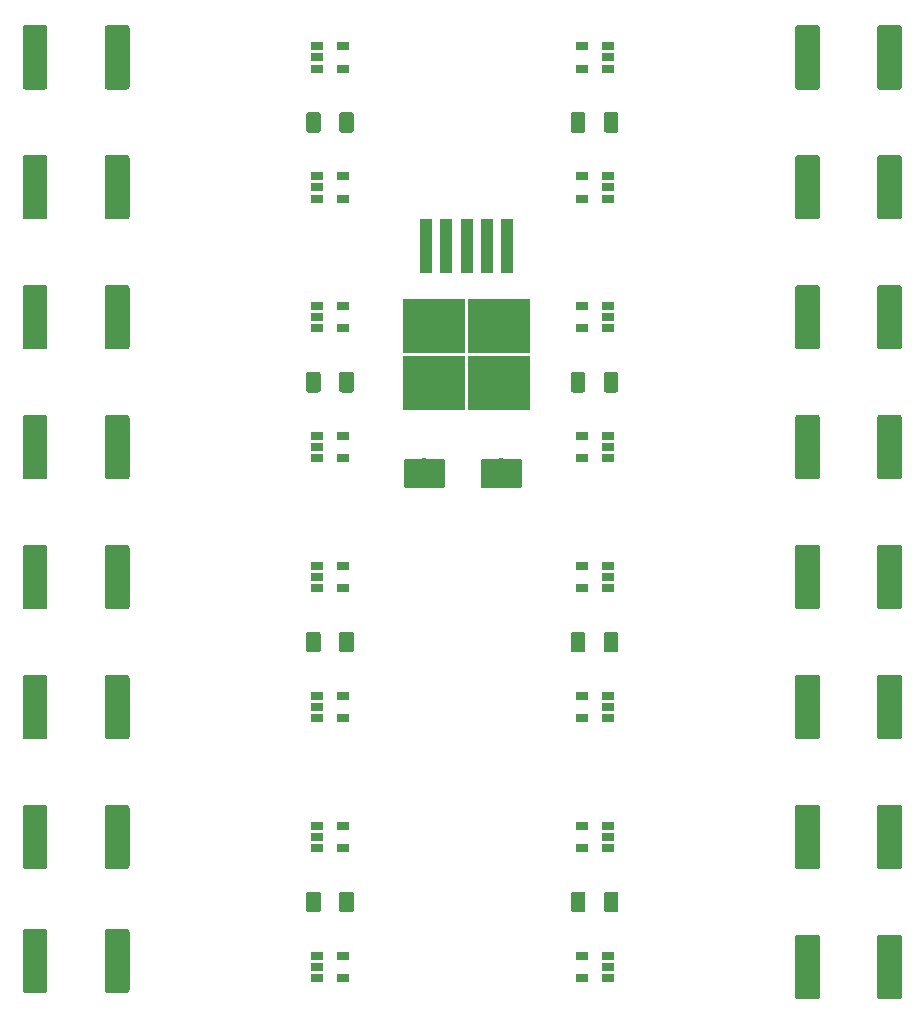
<source format=gbr>
G04 #@! TF.GenerationSoftware,KiCad,Pcbnew,(5.1.0)-1*
G04 #@! TF.CreationDate,2021-03-29T23:12:55+02:00*
G04 #@! TF.ProjectId,Magnetsteuerung,4d61676e-6574-4737-9465-756572756e67,rev?*
G04 #@! TF.SameCoordinates,Original*
G04 #@! TF.FileFunction,Paste,Bot*
G04 #@! TF.FilePolarity,Positive*
%FSLAX46Y46*%
G04 Gerber Fmt 4.6, Leading zero omitted, Abs format (unit mm)*
G04 Created by KiCad (PCBNEW (5.1.0)-1) date 2021-03-29 23:12:55*
%MOMM*%
%LPD*%
G04 APERTURE LIST*
%ADD10R,1.060000X0.650000*%
%ADD11C,0.100000*%
%ADD12C,2.100000*%
%ADD13C,1.250000*%
%ADD14R,5.250000X4.550000*%
%ADD15R,1.100000X4.600000*%
%ADD16C,2.500000*%
G04 APERTURE END LIST*
D10*
X145100000Y-85550000D03*
X145100000Y-87450000D03*
X147300000Y-87450000D03*
X147300000Y-86500000D03*
X147300000Y-85550000D03*
X145100000Y-96550000D03*
X145100000Y-98450000D03*
X147300000Y-98450000D03*
X147300000Y-97500000D03*
X147300000Y-96550000D03*
X145100000Y-63550000D03*
X145100000Y-65450000D03*
X147300000Y-65450000D03*
X147300000Y-64500000D03*
X147300000Y-63550000D03*
X145100000Y-118550000D03*
X145100000Y-120450000D03*
X147300000Y-120450000D03*
X147300000Y-119500000D03*
X147300000Y-118550000D03*
X145100000Y-52550000D03*
X145100000Y-54450000D03*
X147300000Y-54450000D03*
X147300000Y-53500000D03*
X147300000Y-52550000D03*
X145100000Y-107550000D03*
X145100000Y-109450000D03*
X147300000Y-109450000D03*
X147300000Y-108500000D03*
X147300000Y-107550000D03*
X145100000Y-74550000D03*
X145100000Y-76450000D03*
X147300000Y-76450000D03*
X147300000Y-75500000D03*
X147300000Y-74550000D03*
X145100000Y-41550000D03*
X145100000Y-43450000D03*
X147300000Y-43450000D03*
X147300000Y-42500000D03*
X147300000Y-41550000D03*
D11*
G36*
X165049504Y-94776204D02*
G01*
X165073773Y-94779804D01*
X165097571Y-94785765D01*
X165120671Y-94794030D01*
X165142849Y-94804520D01*
X165163893Y-94817133D01*
X165183598Y-94831747D01*
X165201777Y-94848223D01*
X165218253Y-94866402D01*
X165232867Y-94886107D01*
X165245480Y-94907151D01*
X165255970Y-94929329D01*
X165264235Y-94952429D01*
X165270196Y-94976227D01*
X165273796Y-95000496D01*
X165275000Y-95025000D01*
X165275000Y-99975000D01*
X165273796Y-99999504D01*
X165270196Y-100023773D01*
X165264235Y-100047571D01*
X165255970Y-100070671D01*
X165245480Y-100092849D01*
X165232867Y-100113893D01*
X165218253Y-100133598D01*
X165201777Y-100151777D01*
X165183598Y-100168253D01*
X165163893Y-100182867D01*
X165142849Y-100195480D01*
X165120671Y-100205970D01*
X165097571Y-100214235D01*
X165073773Y-100220196D01*
X165049504Y-100223796D01*
X165025000Y-100225000D01*
X163425000Y-100225000D01*
X163400496Y-100223796D01*
X163376227Y-100220196D01*
X163352429Y-100214235D01*
X163329329Y-100205970D01*
X163307151Y-100195480D01*
X163286107Y-100182867D01*
X163266402Y-100168253D01*
X163248223Y-100151777D01*
X163231747Y-100133598D01*
X163217133Y-100113893D01*
X163204520Y-100092849D01*
X163194030Y-100070671D01*
X163185765Y-100047571D01*
X163179804Y-100023773D01*
X163176204Y-99999504D01*
X163175000Y-99975000D01*
X163175000Y-95025000D01*
X163176204Y-95000496D01*
X163179804Y-94976227D01*
X163185765Y-94952429D01*
X163194030Y-94929329D01*
X163204520Y-94907151D01*
X163217133Y-94886107D01*
X163231747Y-94866402D01*
X163248223Y-94848223D01*
X163266402Y-94831747D01*
X163286107Y-94817133D01*
X163307151Y-94804520D01*
X163329329Y-94794030D01*
X163352429Y-94785765D01*
X163376227Y-94779804D01*
X163400496Y-94776204D01*
X163425000Y-94775000D01*
X165025000Y-94775000D01*
X165049504Y-94776204D01*
X165049504Y-94776204D01*
G37*
D12*
X164225000Y-97500000D03*
D11*
G36*
X171999504Y-94776204D02*
G01*
X172023773Y-94779804D01*
X172047571Y-94785765D01*
X172070671Y-94794030D01*
X172092849Y-94804520D01*
X172113893Y-94817133D01*
X172133598Y-94831747D01*
X172151777Y-94848223D01*
X172168253Y-94866402D01*
X172182867Y-94886107D01*
X172195480Y-94907151D01*
X172205970Y-94929329D01*
X172214235Y-94952429D01*
X172220196Y-94976227D01*
X172223796Y-95000496D01*
X172225000Y-95025000D01*
X172225000Y-99975000D01*
X172223796Y-99999504D01*
X172220196Y-100023773D01*
X172214235Y-100047571D01*
X172205970Y-100070671D01*
X172195480Y-100092849D01*
X172182867Y-100113893D01*
X172168253Y-100133598D01*
X172151777Y-100151777D01*
X172133598Y-100168253D01*
X172113893Y-100182867D01*
X172092849Y-100195480D01*
X172070671Y-100205970D01*
X172047571Y-100214235D01*
X172023773Y-100220196D01*
X171999504Y-100223796D01*
X171975000Y-100225000D01*
X170375000Y-100225000D01*
X170350496Y-100223796D01*
X170326227Y-100220196D01*
X170302429Y-100214235D01*
X170279329Y-100205970D01*
X170257151Y-100195480D01*
X170236107Y-100182867D01*
X170216402Y-100168253D01*
X170198223Y-100151777D01*
X170181747Y-100133598D01*
X170167133Y-100113893D01*
X170154520Y-100092849D01*
X170144030Y-100070671D01*
X170135765Y-100047571D01*
X170129804Y-100023773D01*
X170126204Y-99999504D01*
X170125000Y-99975000D01*
X170125000Y-95025000D01*
X170126204Y-95000496D01*
X170129804Y-94976227D01*
X170135765Y-94952429D01*
X170144030Y-94929329D01*
X170154520Y-94907151D01*
X170167133Y-94886107D01*
X170181747Y-94866402D01*
X170198223Y-94848223D01*
X170216402Y-94831747D01*
X170236107Y-94817133D01*
X170257151Y-94804520D01*
X170279329Y-94794030D01*
X170302429Y-94785765D01*
X170326227Y-94779804D01*
X170350496Y-94776204D01*
X170375000Y-94775000D01*
X171975000Y-94775000D01*
X171999504Y-94776204D01*
X171999504Y-94776204D01*
G37*
D12*
X171175000Y-97500000D03*
D11*
G36*
X165049504Y-61776204D02*
G01*
X165073773Y-61779804D01*
X165097571Y-61785765D01*
X165120671Y-61794030D01*
X165142849Y-61804520D01*
X165163893Y-61817133D01*
X165183598Y-61831747D01*
X165201777Y-61848223D01*
X165218253Y-61866402D01*
X165232867Y-61886107D01*
X165245480Y-61907151D01*
X165255970Y-61929329D01*
X165264235Y-61952429D01*
X165270196Y-61976227D01*
X165273796Y-62000496D01*
X165275000Y-62025000D01*
X165275000Y-66975000D01*
X165273796Y-66999504D01*
X165270196Y-67023773D01*
X165264235Y-67047571D01*
X165255970Y-67070671D01*
X165245480Y-67092849D01*
X165232867Y-67113893D01*
X165218253Y-67133598D01*
X165201777Y-67151777D01*
X165183598Y-67168253D01*
X165163893Y-67182867D01*
X165142849Y-67195480D01*
X165120671Y-67205970D01*
X165097571Y-67214235D01*
X165073773Y-67220196D01*
X165049504Y-67223796D01*
X165025000Y-67225000D01*
X163425000Y-67225000D01*
X163400496Y-67223796D01*
X163376227Y-67220196D01*
X163352429Y-67214235D01*
X163329329Y-67205970D01*
X163307151Y-67195480D01*
X163286107Y-67182867D01*
X163266402Y-67168253D01*
X163248223Y-67151777D01*
X163231747Y-67133598D01*
X163217133Y-67113893D01*
X163204520Y-67092849D01*
X163194030Y-67070671D01*
X163185765Y-67047571D01*
X163179804Y-67023773D01*
X163176204Y-66999504D01*
X163175000Y-66975000D01*
X163175000Y-62025000D01*
X163176204Y-62000496D01*
X163179804Y-61976227D01*
X163185765Y-61952429D01*
X163194030Y-61929329D01*
X163204520Y-61907151D01*
X163217133Y-61886107D01*
X163231747Y-61866402D01*
X163248223Y-61848223D01*
X163266402Y-61831747D01*
X163286107Y-61817133D01*
X163307151Y-61804520D01*
X163329329Y-61794030D01*
X163352429Y-61785765D01*
X163376227Y-61779804D01*
X163400496Y-61776204D01*
X163425000Y-61775000D01*
X165025000Y-61775000D01*
X165049504Y-61776204D01*
X165049504Y-61776204D01*
G37*
D12*
X164225000Y-64500000D03*
D11*
G36*
X171999504Y-61776204D02*
G01*
X172023773Y-61779804D01*
X172047571Y-61785765D01*
X172070671Y-61794030D01*
X172092849Y-61804520D01*
X172113893Y-61817133D01*
X172133598Y-61831747D01*
X172151777Y-61848223D01*
X172168253Y-61866402D01*
X172182867Y-61886107D01*
X172195480Y-61907151D01*
X172205970Y-61929329D01*
X172214235Y-61952429D01*
X172220196Y-61976227D01*
X172223796Y-62000496D01*
X172225000Y-62025000D01*
X172225000Y-66975000D01*
X172223796Y-66999504D01*
X172220196Y-67023773D01*
X172214235Y-67047571D01*
X172205970Y-67070671D01*
X172195480Y-67092849D01*
X172182867Y-67113893D01*
X172168253Y-67133598D01*
X172151777Y-67151777D01*
X172133598Y-67168253D01*
X172113893Y-67182867D01*
X172092849Y-67195480D01*
X172070671Y-67205970D01*
X172047571Y-67214235D01*
X172023773Y-67220196D01*
X171999504Y-67223796D01*
X171975000Y-67225000D01*
X170375000Y-67225000D01*
X170350496Y-67223796D01*
X170326227Y-67220196D01*
X170302429Y-67214235D01*
X170279329Y-67205970D01*
X170257151Y-67195480D01*
X170236107Y-67182867D01*
X170216402Y-67168253D01*
X170198223Y-67151777D01*
X170181747Y-67133598D01*
X170167133Y-67113893D01*
X170154520Y-67092849D01*
X170144030Y-67070671D01*
X170135765Y-67047571D01*
X170129804Y-67023773D01*
X170126204Y-66999504D01*
X170125000Y-66975000D01*
X170125000Y-62025000D01*
X170126204Y-62000496D01*
X170129804Y-61976227D01*
X170135765Y-61952429D01*
X170144030Y-61929329D01*
X170154520Y-61907151D01*
X170167133Y-61886107D01*
X170181747Y-61866402D01*
X170198223Y-61848223D01*
X170216402Y-61831747D01*
X170236107Y-61817133D01*
X170257151Y-61804520D01*
X170279329Y-61794030D01*
X170302429Y-61785765D01*
X170326227Y-61779804D01*
X170350496Y-61776204D01*
X170375000Y-61775000D01*
X171975000Y-61775000D01*
X171999504Y-61776204D01*
X171999504Y-61776204D01*
G37*
D12*
X171175000Y-64500000D03*
D11*
G36*
X165049504Y-116776204D02*
G01*
X165073773Y-116779804D01*
X165097571Y-116785765D01*
X165120671Y-116794030D01*
X165142849Y-116804520D01*
X165163893Y-116817133D01*
X165183598Y-116831747D01*
X165201777Y-116848223D01*
X165218253Y-116866402D01*
X165232867Y-116886107D01*
X165245480Y-116907151D01*
X165255970Y-116929329D01*
X165264235Y-116952429D01*
X165270196Y-116976227D01*
X165273796Y-117000496D01*
X165275000Y-117025000D01*
X165275000Y-121975000D01*
X165273796Y-121999504D01*
X165270196Y-122023773D01*
X165264235Y-122047571D01*
X165255970Y-122070671D01*
X165245480Y-122092849D01*
X165232867Y-122113893D01*
X165218253Y-122133598D01*
X165201777Y-122151777D01*
X165183598Y-122168253D01*
X165163893Y-122182867D01*
X165142849Y-122195480D01*
X165120671Y-122205970D01*
X165097571Y-122214235D01*
X165073773Y-122220196D01*
X165049504Y-122223796D01*
X165025000Y-122225000D01*
X163425000Y-122225000D01*
X163400496Y-122223796D01*
X163376227Y-122220196D01*
X163352429Y-122214235D01*
X163329329Y-122205970D01*
X163307151Y-122195480D01*
X163286107Y-122182867D01*
X163266402Y-122168253D01*
X163248223Y-122151777D01*
X163231747Y-122133598D01*
X163217133Y-122113893D01*
X163204520Y-122092849D01*
X163194030Y-122070671D01*
X163185765Y-122047571D01*
X163179804Y-122023773D01*
X163176204Y-121999504D01*
X163175000Y-121975000D01*
X163175000Y-117025000D01*
X163176204Y-117000496D01*
X163179804Y-116976227D01*
X163185765Y-116952429D01*
X163194030Y-116929329D01*
X163204520Y-116907151D01*
X163217133Y-116886107D01*
X163231747Y-116866402D01*
X163248223Y-116848223D01*
X163266402Y-116831747D01*
X163286107Y-116817133D01*
X163307151Y-116804520D01*
X163329329Y-116794030D01*
X163352429Y-116785765D01*
X163376227Y-116779804D01*
X163400496Y-116776204D01*
X163425000Y-116775000D01*
X165025000Y-116775000D01*
X165049504Y-116776204D01*
X165049504Y-116776204D01*
G37*
D12*
X164225000Y-119500000D03*
D11*
G36*
X171999504Y-116776204D02*
G01*
X172023773Y-116779804D01*
X172047571Y-116785765D01*
X172070671Y-116794030D01*
X172092849Y-116804520D01*
X172113893Y-116817133D01*
X172133598Y-116831747D01*
X172151777Y-116848223D01*
X172168253Y-116866402D01*
X172182867Y-116886107D01*
X172195480Y-116907151D01*
X172205970Y-116929329D01*
X172214235Y-116952429D01*
X172220196Y-116976227D01*
X172223796Y-117000496D01*
X172225000Y-117025000D01*
X172225000Y-121975000D01*
X172223796Y-121999504D01*
X172220196Y-122023773D01*
X172214235Y-122047571D01*
X172205970Y-122070671D01*
X172195480Y-122092849D01*
X172182867Y-122113893D01*
X172168253Y-122133598D01*
X172151777Y-122151777D01*
X172133598Y-122168253D01*
X172113893Y-122182867D01*
X172092849Y-122195480D01*
X172070671Y-122205970D01*
X172047571Y-122214235D01*
X172023773Y-122220196D01*
X171999504Y-122223796D01*
X171975000Y-122225000D01*
X170375000Y-122225000D01*
X170350496Y-122223796D01*
X170326227Y-122220196D01*
X170302429Y-122214235D01*
X170279329Y-122205970D01*
X170257151Y-122195480D01*
X170236107Y-122182867D01*
X170216402Y-122168253D01*
X170198223Y-122151777D01*
X170181747Y-122133598D01*
X170167133Y-122113893D01*
X170154520Y-122092849D01*
X170144030Y-122070671D01*
X170135765Y-122047571D01*
X170129804Y-122023773D01*
X170126204Y-121999504D01*
X170125000Y-121975000D01*
X170125000Y-117025000D01*
X170126204Y-117000496D01*
X170129804Y-116976227D01*
X170135765Y-116952429D01*
X170144030Y-116929329D01*
X170154520Y-116907151D01*
X170167133Y-116886107D01*
X170181747Y-116866402D01*
X170198223Y-116848223D01*
X170216402Y-116831747D01*
X170236107Y-116817133D01*
X170257151Y-116804520D01*
X170279329Y-116794030D01*
X170302429Y-116785765D01*
X170326227Y-116779804D01*
X170350496Y-116776204D01*
X170375000Y-116775000D01*
X171975000Y-116775000D01*
X171999504Y-116776204D01*
X171999504Y-116776204D01*
G37*
D12*
X171175000Y-119500000D03*
D11*
G36*
X165049504Y-83776204D02*
G01*
X165073773Y-83779804D01*
X165097571Y-83785765D01*
X165120671Y-83794030D01*
X165142849Y-83804520D01*
X165163893Y-83817133D01*
X165183598Y-83831747D01*
X165201777Y-83848223D01*
X165218253Y-83866402D01*
X165232867Y-83886107D01*
X165245480Y-83907151D01*
X165255970Y-83929329D01*
X165264235Y-83952429D01*
X165270196Y-83976227D01*
X165273796Y-84000496D01*
X165275000Y-84025000D01*
X165275000Y-88975000D01*
X165273796Y-88999504D01*
X165270196Y-89023773D01*
X165264235Y-89047571D01*
X165255970Y-89070671D01*
X165245480Y-89092849D01*
X165232867Y-89113893D01*
X165218253Y-89133598D01*
X165201777Y-89151777D01*
X165183598Y-89168253D01*
X165163893Y-89182867D01*
X165142849Y-89195480D01*
X165120671Y-89205970D01*
X165097571Y-89214235D01*
X165073773Y-89220196D01*
X165049504Y-89223796D01*
X165025000Y-89225000D01*
X163425000Y-89225000D01*
X163400496Y-89223796D01*
X163376227Y-89220196D01*
X163352429Y-89214235D01*
X163329329Y-89205970D01*
X163307151Y-89195480D01*
X163286107Y-89182867D01*
X163266402Y-89168253D01*
X163248223Y-89151777D01*
X163231747Y-89133598D01*
X163217133Y-89113893D01*
X163204520Y-89092849D01*
X163194030Y-89070671D01*
X163185765Y-89047571D01*
X163179804Y-89023773D01*
X163176204Y-88999504D01*
X163175000Y-88975000D01*
X163175000Y-84025000D01*
X163176204Y-84000496D01*
X163179804Y-83976227D01*
X163185765Y-83952429D01*
X163194030Y-83929329D01*
X163204520Y-83907151D01*
X163217133Y-83886107D01*
X163231747Y-83866402D01*
X163248223Y-83848223D01*
X163266402Y-83831747D01*
X163286107Y-83817133D01*
X163307151Y-83804520D01*
X163329329Y-83794030D01*
X163352429Y-83785765D01*
X163376227Y-83779804D01*
X163400496Y-83776204D01*
X163425000Y-83775000D01*
X165025000Y-83775000D01*
X165049504Y-83776204D01*
X165049504Y-83776204D01*
G37*
D12*
X164225000Y-86500000D03*
D11*
G36*
X171999504Y-83776204D02*
G01*
X172023773Y-83779804D01*
X172047571Y-83785765D01*
X172070671Y-83794030D01*
X172092849Y-83804520D01*
X172113893Y-83817133D01*
X172133598Y-83831747D01*
X172151777Y-83848223D01*
X172168253Y-83866402D01*
X172182867Y-83886107D01*
X172195480Y-83907151D01*
X172205970Y-83929329D01*
X172214235Y-83952429D01*
X172220196Y-83976227D01*
X172223796Y-84000496D01*
X172225000Y-84025000D01*
X172225000Y-88975000D01*
X172223796Y-88999504D01*
X172220196Y-89023773D01*
X172214235Y-89047571D01*
X172205970Y-89070671D01*
X172195480Y-89092849D01*
X172182867Y-89113893D01*
X172168253Y-89133598D01*
X172151777Y-89151777D01*
X172133598Y-89168253D01*
X172113893Y-89182867D01*
X172092849Y-89195480D01*
X172070671Y-89205970D01*
X172047571Y-89214235D01*
X172023773Y-89220196D01*
X171999504Y-89223796D01*
X171975000Y-89225000D01*
X170375000Y-89225000D01*
X170350496Y-89223796D01*
X170326227Y-89220196D01*
X170302429Y-89214235D01*
X170279329Y-89205970D01*
X170257151Y-89195480D01*
X170236107Y-89182867D01*
X170216402Y-89168253D01*
X170198223Y-89151777D01*
X170181747Y-89133598D01*
X170167133Y-89113893D01*
X170154520Y-89092849D01*
X170144030Y-89070671D01*
X170135765Y-89047571D01*
X170129804Y-89023773D01*
X170126204Y-88999504D01*
X170125000Y-88975000D01*
X170125000Y-84025000D01*
X170126204Y-84000496D01*
X170129804Y-83976227D01*
X170135765Y-83952429D01*
X170144030Y-83929329D01*
X170154520Y-83907151D01*
X170167133Y-83886107D01*
X170181747Y-83866402D01*
X170198223Y-83848223D01*
X170216402Y-83831747D01*
X170236107Y-83817133D01*
X170257151Y-83804520D01*
X170279329Y-83794030D01*
X170302429Y-83785765D01*
X170326227Y-83779804D01*
X170350496Y-83776204D01*
X170375000Y-83775000D01*
X171975000Y-83775000D01*
X171999504Y-83776204D01*
X171999504Y-83776204D01*
G37*
D12*
X171175000Y-86500000D03*
D11*
G36*
X165049504Y-50776204D02*
G01*
X165073773Y-50779804D01*
X165097571Y-50785765D01*
X165120671Y-50794030D01*
X165142849Y-50804520D01*
X165163893Y-50817133D01*
X165183598Y-50831747D01*
X165201777Y-50848223D01*
X165218253Y-50866402D01*
X165232867Y-50886107D01*
X165245480Y-50907151D01*
X165255970Y-50929329D01*
X165264235Y-50952429D01*
X165270196Y-50976227D01*
X165273796Y-51000496D01*
X165275000Y-51025000D01*
X165275000Y-55975000D01*
X165273796Y-55999504D01*
X165270196Y-56023773D01*
X165264235Y-56047571D01*
X165255970Y-56070671D01*
X165245480Y-56092849D01*
X165232867Y-56113893D01*
X165218253Y-56133598D01*
X165201777Y-56151777D01*
X165183598Y-56168253D01*
X165163893Y-56182867D01*
X165142849Y-56195480D01*
X165120671Y-56205970D01*
X165097571Y-56214235D01*
X165073773Y-56220196D01*
X165049504Y-56223796D01*
X165025000Y-56225000D01*
X163425000Y-56225000D01*
X163400496Y-56223796D01*
X163376227Y-56220196D01*
X163352429Y-56214235D01*
X163329329Y-56205970D01*
X163307151Y-56195480D01*
X163286107Y-56182867D01*
X163266402Y-56168253D01*
X163248223Y-56151777D01*
X163231747Y-56133598D01*
X163217133Y-56113893D01*
X163204520Y-56092849D01*
X163194030Y-56070671D01*
X163185765Y-56047571D01*
X163179804Y-56023773D01*
X163176204Y-55999504D01*
X163175000Y-55975000D01*
X163175000Y-51025000D01*
X163176204Y-51000496D01*
X163179804Y-50976227D01*
X163185765Y-50952429D01*
X163194030Y-50929329D01*
X163204520Y-50907151D01*
X163217133Y-50886107D01*
X163231747Y-50866402D01*
X163248223Y-50848223D01*
X163266402Y-50831747D01*
X163286107Y-50817133D01*
X163307151Y-50804520D01*
X163329329Y-50794030D01*
X163352429Y-50785765D01*
X163376227Y-50779804D01*
X163400496Y-50776204D01*
X163425000Y-50775000D01*
X165025000Y-50775000D01*
X165049504Y-50776204D01*
X165049504Y-50776204D01*
G37*
D12*
X164225000Y-53500000D03*
D11*
G36*
X171999504Y-50776204D02*
G01*
X172023773Y-50779804D01*
X172047571Y-50785765D01*
X172070671Y-50794030D01*
X172092849Y-50804520D01*
X172113893Y-50817133D01*
X172133598Y-50831747D01*
X172151777Y-50848223D01*
X172168253Y-50866402D01*
X172182867Y-50886107D01*
X172195480Y-50907151D01*
X172205970Y-50929329D01*
X172214235Y-50952429D01*
X172220196Y-50976227D01*
X172223796Y-51000496D01*
X172225000Y-51025000D01*
X172225000Y-55975000D01*
X172223796Y-55999504D01*
X172220196Y-56023773D01*
X172214235Y-56047571D01*
X172205970Y-56070671D01*
X172195480Y-56092849D01*
X172182867Y-56113893D01*
X172168253Y-56133598D01*
X172151777Y-56151777D01*
X172133598Y-56168253D01*
X172113893Y-56182867D01*
X172092849Y-56195480D01*
X172070671Y-56205970D01*
X172047571Y-56214235D01*
X172023773Y-56220196D01*
X171999504Y-56223796D01*
X171975000Y-56225000D01*
X170375000Y-56225000D01*
X170350496Y-56223796D01*
X170326227Y-56220196D01*
X170302429Y-56214235D01*
X170279329Y-56205970D01*
X170257151Y-56195480D01*
X170236107Y-56182867D01*
X170216402Y-56168253D01*
X170198223Y-56151777D01*
X170181747Y-56133598D01*
X170167133Y-56113893D01*
X170154520Y-56092849D01*
X170144030Y-56070671D01*
X170135765Y-56047571D01*
X170129804Y-56023773D01*
X170126204Y-55999504D01*
X170125000Y-55975000D01*
X170125000Y-51025000D01*
X170126204Y-51000496D01*
X170129804Y-50976227D01*
X170135765Y-50952429D01*
X170144030Y-50929329D01*
X170154520Y-50907151D01*
X170167133Y-50886107D01*
X170181747Y-50866402D01*
X170198223Y-50848223D01*
X170216402Y-50831747D01*
X170236107Y-50817133D01*
X170257151Y-50804520D01*
X170279329Y-50794030D01*
X170302429Y-50785765D01*
X170326227Y-50779804D01*
X170350496Y-50776204D01*
X170375000Y-50775000D01*
X171975000Y-50775000D01*
X171999504Y-50776204D01*
X171999504Y-50776204D01*
G37*
D12*
X171175000Y-53500000D03*
D11*
G36*
X165049504Y-105776204D02*
G01*
X165073773Y-105779804D01*
X165097571Y-105785765D01*
X165120671Y-105794030D01*
X165142849Y-105804520D01*
X165163893Y-105817133D01*
X165183598Y-105831747D01*
X165201777Y-105848223D01*
X165218253Y-105866402D01*
X165232867Y-105886107D01*
X165245480Y-105907151D01*
X165255970Y-105929329D01*
X165264235Y-105952429D01*
X165270196Y-105976227D01*
X165273796Y-106000496D01*
X165275000Y-106025000D01*
X165275000Y-110975000D01*
X165273796Y-110999504D01*
X165270196Y-111023773D01*
X165264235Y-111047571D01*
X165255970Y-111070671D01*
X165245480Y-111092849D01*
X165232867Y-111113893D01*
X165218253Y-111133598D01*
X165201777Y-111151777D01*
X165183598Y-111168253D01*
X165163893Y-111182867D01*
X165142849Y-111195480D01*
X165120671Y-111205970D01*
X165097571Y-111214235D01*
X165073773Y-111220196D01*
X165049504Y-111223796D01*
X165025000Y-111225000D01*
X163425000Y-111225000D01*
X163400496Y-111223796D01*
X163376227Y-111220196D01*
X163352429Y-111214235D01*
X163329329Y-111205970D01*
X163307151Y-111195480D01*
X163286107Y-111182867D01*
X163266402Y-111168253D01*
X163248223Y-111151777D01*
X163231747Y-111133598D01*
X163217133Y-111113893D01*
X163204520Y-111092849D01*
X163194030Y-111070671D01*
X163185765Y-111047571D01*
X163179804Y-111023773D01*
X163176204Y-110999504D01*
X163175000Y-110975000D01*
X163175000Y-106025000D01*
X163176204Y-106000496D01*
X163179804Y-105976227D01*
X163185765Y-105952429D01*
X163194030Y-105929329D01*
X163204520Y-105907151D01*
X163217133Y-105886107D01*
X163231747Y-105866402D01*
X163248223Y-105848223D01*
X163266402Y-105831747D01*
X163286107Y-105817133D01*
X163307151Y-105804520D01*
X163329329Y-105794030D01*
X163352429Y-105785765D01*
X163376227Y-105779804D01*
X163400496Y-105776204D01*
X163425000Y-105775000D01*
X165025000Y-105775000D01*
X165049504Y-105776204D01*
X165049504Y-105776204D01*
G37*
D12*
X164225000Y-108500000D03*
D11*
G36*
X171999504Y-105776204D02*
G01*
X172023773Y-105779804D01*
X172047571Y-105785765D01*
X172070671Y-105794030D01*
X172092849Y-105804520D01*
X172113893Y-105817133D01*
X172133598Y-105831747D01*
X172151777Y-105848223D01*
X172168253Y-105866402D01*
X172182867Y-105886107D01*
X172195480Y-105907151D01*
X172205970Y-105929329D01*
X172214235Y-105952429D01*
X172220196Y-105976227D01*
X172223796Y-106000496D01*
X172225000Y-106025000D01*
X172225000Y-110975000D01*
X172223796Y-110999504D01*
X172220196Y-111023773D01*
X172214235Y-111047571D01*
X172205970Y-111070671D01*
X172195480Y-111092849D01*
X172182867Y-111113893D01*
X172168253Y-111133598D01*
X172151777Y-111151777D01*
X172133598Y-111168253D01*
X172113893Y-111182867D01*
X172092849Y-111195480D01*
X172070671Y-111205970D01*
X172047571Y-111214235D01*
X172023773Y-111220196D01*
X171999504Y-111223796D01*
X171975000Y-111225000D01*
X170375000Y-111225000D01*
X170350496Y-111223796D01*
X170326227Y-111220196D01*
X170302429Y-111214235D01*
X170279329Y-111205970D01*
X170257151Y-111195480D01*
X170236107Y-111182867D01*
X170216402Y-111168253D01*
X170198223Y-111151777D01*
X170181747Y-111133598D01*
X170167133Y-111113893D01*
X170154520Y-111092849D01*
X170144030Y-111070671D01*
X170135765Y-111047571D01*
X170129804Y-111023773D01*
X170126204Y-110999504D01*
X170125000Y-110975000D01*
X170125000Y-106025000D01*
X170126204Y-106000496D01*
X170129804Y-105976227D01*
X170135765Y-105952429D01*
X170144030Y-105929329D01*
X170154520Y-105907151D01*
X170167133Y-105886107D01*
X170181747Y-105866402D01*
X170198223Y-105848223D01*
X170216402Y-105831747D01*
X170236107Y-105817133D01*
X170257151Y-105804520D01*
X170279329Y-105794030D01*
X170302429Y-105785765D01*
X170326227Y-105779804D01*
X170350496Y-105776204D01*
X170375000Y-105775000D01*
X171975000Y-105775000D01*
X171999504Y-105776204D01*
X171999504Y-105776204D01*
G37*
D12*
X171175000Y-108500000D03*
D11*
G36*
X165049504Y-72776204D02*
G01*
X165073773Y-72779804D01*
X165097571Y-72785765D01*
X165120671Y-72794030D01*
X165142849Y-72804520D01*
X165163893Y-72817133D01*
X165183598Y-72831747D01*
X165201777Y-72848223D01*
X165218253Y-72866402D01*
X165232867Y-72886107D01*
X165245480Y-72907151D01*
X165255970Y-72929329D01*
X165264235Y-72952429D01*
X165270196Y-72976227D01*
X165273796Y-73000496D01*
X165275000Y-73025000D01*
X165275000Y-77975000D01*
X165273796Y-77999504D01*
X165270196Y-78023773D01*
X165264235Y-78047571D01*
X165255970Y-78070671D01*
X165245480Y-78092849D01*
X165232867Y-78113893D01*
X165218253Y-78133598D01*
X165201777Y-78151777D01*
X165183598Y-78168253D01*
X165163893Y-78182867D01*
X165142849Y-78195480D01*
X165120671Y-78205970D01*
X165097571Y-78214235D01*
X165073773Y-78220196D01*
X165049504Y-78223796D01*
X165025000Y-78225000D01*
X163425000Y-78225000D01*
X163400496Y-78223796D01*
X163376227Y-78220196D01*
X163352429Y-78214235D01*
X163329329Y-78205970D01*
X163307151Y-78195480D01*
X163286107Y-78182867D01*
X163266402Y-78168253D01*
X163248223Y-78151777D01*
X163231747Y-78133598D01*
X163217133Y-78113893D01*
X163204520Y-78092849D01*
X163194030Y-78070671D01*
X163185765Y-78047571D01*
X163179804Y-78023773D01*
X163176204Y-77999504D01*
X163175000Y-77975000D01*
X163175000Y-73025000D01*
X163176204Y-73000496D01*
X163179804Y-72976227D01*
X163185765Y-72952429D01*
X163194030Y-72929329D01*
X163204520Y-72907151D01*
X163217133Y-72886107D01*
X163231747Y-72866402D01*
X163248223Y-72848223D01*
X163266402Y-72831747D01*
X163286107Y-72817133D01*
X163307151Y-72804520D01*
X163329329Y-72794030D01*
X163352429Y-72785765D01*
X163376227Y-72779804D01*
X163400496Y-72776204D01*
X163425000Y-72775000D01*
X165025000Y-72775000D01*
X165049504Y-72776204D01*
X165049504Y-72776204D01*
G37*
D12*
X164225000Y-75500000D03*
D11*
G36*
X171999504Y-72776204D02*
G01*
X172023773Y-72779804D01*
X172047571Y-72785765D01*
X172070671Y-72794030D01*
X172092849Y-72804520D01*
X172113893Y-72817133D01*
X172133598Y-72831747D01*
X172151777Y-72848223D01*
X172168253Y-72866402D01*
X172182867Y-72886107D01*
X172195480Y-72907151D01*
X172205970Y-72929329D01*
X172214235Y-72952429D01*
X172220196Y-72976227D01*
X172223796Y-73000496D01*
X172225000Y-73025000D01*
X172225000Y-77975000D01*
X172223796Y-77999504D01*
X172220196Y-78023773D01*
X172214235Y-78047571D01*
X172205970Y-78070671D01*
X172195480Y-78092849D01*
X172182867Y-78113893D01*
X172168253Y-78133598D01*
X172151777Y-78151777D01*
X172133598Y-78168253D01*
X172113893Y-78182867D01*
X172092849Y-78195480D01*
X172070671Y-78205970D01*
X172047571Y-78214235D01*
X172023773Y-78220196D01*
X171999504Y-78223796D01*
X171975000Y-78225000D01*
X170375000Y-78225000D01*
X170350496Y-78223796D01*
X170326227Y-78220196D01*
X170302429Y-78214235D01*
X170279329Y-78205970D01*
X170257151Y-78195480D01*
X170236107Y-78182867D01*
X170216402Y-78168253D01*
X170198223Y-78151777D01*
X170181747Y-78133598D01*
X170167133Y-78113893D01*
X170154520Y-78092849D01*
X170144030Y-78070671D01*
X170135765Y-78047571D01*
X170129804Y-78023773D01*
X170126204Y-77999504D01*
X170125000Y-77975000D01*
X170125000Y-73025000D01*
X170126204Y-73000496D01*
X170129804Y-72976227D01*
X170135765Y-72952429D01*
X170144030Y-72929329D01*
X170154520Y-72907151D01*
X170167133Y-72886107D01*
X170181747Y-72866402D01*
X170198223Y-72848223D01*
X170216402Y-72831747D01*
X170236107Y-72817133D01*
X170257151Y-72804520D01*
X170279329Y-72794030D01*
X170302429Y-72785765D01*
X170326227Y-72779804D01*
X170350496Y-72776204D01*
X170375000Y-72775000D01*
X171975000Y-72775000D01*
X171999504Y-72776204D01*
X171999504Y-72776204D01*
G37*
D12*
X171175000Y-75500000D03*
D11*
G36*
X165049504Y-39776204D02*
G01*
X165073773Y-39779804D01*
X165097571Y-39785765D01*
X165120671Y-39794030D01*
X165142849Y-39804520D01*
X165163893Y-39817133D01*
X165183598Y-39831747D01*
X165201777Y-39848223D01*
X165218253Y-39866402D01*
X165232867Y-39886107D01*
X165245480Y-39907151D01*
X165255970Y-39929329D01*
X165264235Y-39952429D01*
X165270196Y-39976227D01*
X165273796Y-40000496D01*
X165275000Y-40025000D01*
X165275000Y-44975000D01*
X165273796Y-44999504D01*
X165270196Y-45023773D01*
X165264235Y-45047571D01*
X165255970Y-45070671D01*
X165245480Y-45092849D01*
X165232867Y-45113893D01*
X165218253Y-45133598D01*
X165201777Y-45151777D01*
X165183598Y-45168253D01*
X165163893Y-45182867D01*
X165142849Y-45195480D01*
X165120671Y-45205970D01*
X165097571Y-45214235D01*
X165073773Y-45220196D01*
X165049504Y-45223796D01*
X165025000Y-45225000D01*
X163425000Y-45225000D01*
X163400496Y-45223796D01*
X163376227Y-45220196D01*
X163352429Y-45214235D01*
X163329329Y-45205970D01*
X163307151Y-45195480D01*
X163286107Y-45182867D01*
X163266402Y-45168253D01*
X163248223Y-45151777D01*
X163231747Y-45133598D01*
X163217133Y-45113893D01*
X163204520Y-45092849D01*
X163194030Y-45070671D01*
X163185765Y-45047571D01*
X163179804Y-45023773D01*
X163176204Y-44999504D01*
X163175000Y-44975000D01*
X163175000Y-40025000D01*
X163176204Y-40000496D01*
X163179804Y-39976227D01*
X163185765Y-39952429D01*
X163194030Y-39929329D01*
X163204520Y-39907151D01*
X163217133Y-39886107D01*
X163231747Y-39866402D01*
X163248223Y-39848223D01*
X163266402Y-39831747D01*
X163286107Y-39817133D01*
X163307151Y-39804520D01*
X163329329Y-39794030D01*
X163352429Y-39785765D01*
X163376227Y-39779804D01*
X163400496Y-39776204D01*
X163425000Y-39775000D01*
X165025000Y-39775000D01*
X165049504Y-39776204D01*
X165049504Y-39776204D01*
G37*
D12*
X164225000Y-42500000D03*
D11*
G36*
X171999504Y-39776204D02*
G01*
X172023773Y-39779804D01*
X172047571Y-39785765D01*
X172070671Y-39794030D01*
X172092849Y-39804520D01*
X172113893Y-39817133D01*
X172133598Y-39831747D01*
X172151777Y-39848223D01*
X172168253Y-39866402D01*
X172182867Y-39886107D01*
X172195480Y-39907151D01*
X172205970Y-39929329D01*
X172214235Y-39952429D01*
X172220196Y-39976227D01*
X172223796Y-40000496D01*
X172225000Y-40025000D01*
X172225000Y-44975000D01*
X172223796Y-44999504D01*
X172220196Y-45023773D01*
X172214235Y-45047571D01*
X172205970Y-45070671D01*
X172195480Y-45092849D01*
X172182867Y-45113893D01*
X172168253Y-45133598D01*
X172151777Y-45151777D01*
X172133598Y-45168253D01*
X172113893Y-45182867D01*
X172092849Y-45195480D01*
X172070671Y-45205970D01*
X172047571Y-45214235D01*
X172023773Y-45220196D01*
X171999504Y-45223796D01*
X171975000Y-45225000D01*
X170375000Y-45225000D01*
X170350496Y-45223796D01*
X170326227Y-45220196D01*
X170302429Y-45214235D01*
X170279329Y-45205970D01*
X170257151Y-45195480D01*
X170236107Y-45182867D01*
X170216402Y-45168253D01*
X170198223Y-45151777D01*
X170181747Y-45133598D01*
X170167133Y-45113893D01*
X170154520Y-45092849D01*
X170144030Y-45070671D01*
X170135765Y-45047571D01*
X170129804Y-45023773D01*
X170126204Y-44999504D01*
X170125000Y-44975000D01*
X170125000Y-40025000D01*
X170126204Y-40000496D01*
X170129804Y-39976227D01*
X170135765Y-39952429D01*
X170144030Y-39929329D01*
X170154520Y-39907151D01*
X170167133Y-39886107D01*
X170181747Y-39866402D01*
X170198223Y-39848223D01*
X170216402Y-39831747D01*
X170236107Y-39817133D01*
X170257151Y-39804520D01*
X170279329Y-39794030D01*
X170302429Y-39785765D01*
X170326227Y-39779804D01*
X170350496Y-39776204D01*
X170375000Y-39775000D01*
X171975000Y-39775000D01*
X171999504Y-39776204D01*
X171999504Y-39776204D01*
G37*
D12*
X171175000Y-42500000D03*
D11*
G36*
X147999504Y-113126204D02*
G01*
X148023773Y-113129804D01*
X148047571Y-113135765D01*
X148070671Y-113144030D01*
X148092849Y-113154520D01*
X148113893Y-113167133D01*
X148133598Y-113181747D01*
X148151777Y-113198223D01*
X148168253Y-113216402D01*
X148182867Y-113236107D01*
X148195480Y-113257151D01*
X148205970Y-113279329D01*
X148214235Y-113302429D01*
X148220196Y-113326227D01*
X148223796Y-113350496D01*
X148225000Y-113375000D01*
X148225000Y-114625000D01*
X148223796Y-114649504D01*
X148220196Y-114673773D01*
X148214235Y-114697571D01*
X148205970Y-114720671D01*
X148195480Y-114742849D01*
X148182867Y-114763893D01*
X148168253Y-114783598D01*
X148151777Y-114801777D01*
X148133598Y-114818253D01*
X148113893Y-114832867D01*
X148092849Y-114845480D01*
X148070671Y-114855970D01*
X148047571Y-114864235D01*
X148023773Y-114870196D01*
X147999504Y-114873796D01*
X147975000Y-114875000D01*
X147225000Y-114875000D01*
X147200496Y-114873796D01*
X147176227Y-114870196D01*
X147152429Y-114864235D01*
X147129329Y-114855970D01*
X147107151Y-114845480D01*
X147086107Y-114832867D01*
X147066402Y-114818253D01*
X147048223Y-114801777D01*
X147031747Y-114783598D01*
X147017133Y-114763893D01*
X147004520Y-114742849D01*
X146994030Y-114720671D01*
X146985765Y-114697571D01*
X146979804Y-114673773D01*
X146976204Y-114649504D01*
X146975000Y-114625000D01*
X146975000Y-113375000D01*
X146976204Y-113350496D01*
X146979804Y-113326227D01*
X146985765Y-113302429D01*
X146994030Y-113279329D01*
X147004520Y-113257151D01*
X147017133Y-113236107D01*
X147031747Y-113216402D01*
X147048223Y-113198223D01*
X147066402Y-113181747D01*
X147086107Y-113167133D01*
X147107151Y-113154520D01*
X147129329Y-113144030D01*
X147152429Y-113135765D01*
X147176227Y-113129804D01*
X147200496Y-113126204D01*
X147225000Y-113125000D01*
X147975000Y-113125000D01*
X147999504Y-113126204D01*
X147999504Y-113126204D01*
G37*
D13*
X147600000Y-114000000D03*
D11*
G36*
X145199504Y-113126204D02*
G01*
X145223773Y-113129804D01*
X145247571Y-113135765D01*
X145270671Y-113144030D01*
X145292849Y-113154520D01*
X145313893Y-113167133D01*
X145333598Y-113181747D01*
X145351777Y-113198223D01*
X145368253Y-113216402D01*
X145382867Y-113236107D01*
X145395480Y-113257151D01*
X145405970Y-113279329D01*
X145414235Y-113302429D01*
X145420196Y-113326227D01*
X145423796Y-113350496D01*
X145425000Y-113375000D01*
X145425000Y-114625000D01*
X145423796Y-114649504D01*
X145420196Y-114673773D01*
X145414235Y-114697571D01*
X145405970Y-114720671D01*
X145395480Y-114742849D01*
X145382867Y-114763893D01*
X145368253Y-114783598D01*
X145351777Y-114801777D01*
X145333598Y-114818253D01*
X145313893Y-114832867D01*
X145292849Y-114845480D01*
X145270671Y-114855970D01*
X145247571Y-114864235D01*
X145223773Y-114870196D01*
X145199504Y-114873796D01*
X145175000Y-114875000D01*
X144425000Y-114875000D01*
X144400496Y-114873796D01*
X144376227Y-114870196D01*
X144352429Y-114864235D01*
X144329329Y-114855970D01*
X144307151Y-114845480D01*
X144286107Y-114832867D01*
X144266402Y-114818253D01*
X144248223Y-114801777D01*
X144231747Y-114783598D01*
X144217133Y-114763893D01*
X144204520Y-114742849D01*
X144194030Y-114720671D01*
X144185765Y-114697571D01*
X144179804Y-114673773D01*
X144176204Y-114649504D01*
X144175000Y-114625000D01*
X144175000Y-113375000D01*
X144176204Y-113350496D01*
X144179804Y-113326227D01*
X144185765Y-113302429D01*
X144194030Y-113279329D01*
X144204520Y-113257151D01*
X144217133Y-113236107D01*
X144231747Y-113216402D01*
X144248223Y-113198223D01*
X144266402Y-113181747D01*
X144286107Y-113167133D01*
X144307151Y-113154520D01*
X144329329Y-113144030D01*
X144352429Y-113135765D01*
X144376227Y-113129804D01*
X144400496Y-113126204D01*
X144425000Y-113125000D01*
X145175000Y-113125000D01*
X145199504Y-113126204D01*
X145199504Y-113126204D01*
G37*
D13*
X144800000Y-114000000D03*
D11*
G36*
X147999504Y-91126204D02*
G01*
X148023773Y-91129804D01*
X148047571Y-91135765D01*
X148070671Y-91144030D01*
X148092849Y-91154520D01*
X148113893Y-91167133D01*
X148133598Y-91181747D01*
X148151777Y-91198223D01*
X148168253Y-91216402D01*
X148182867Y-91236107D01*
X148195480Y-91257151D01*
X148205970Y-91279329D01*
X148214235Y-91302429D01*
X148220196Y-91326227D01*
X148223796Y-91350496D01*
X148225000Y-91375000D01*
X148225000Y-92625000D01*
X148223796Y-92649504D01*
X148220196Y-92673773D01*
X148214235Y-92697571D01*
X148205970Y-92720671D01*
X148195480Y-92742849D01*
X148182867Y-92763893D01*
X148168253Y-92783598D01*
X148151777Y-92801777D01*
X148133598Y-92818253D01*
X148113893Y-92832867D01*
X148092849Y-92845480D01*
X148070671Y-92855970D01*
X148047571Y-92864235D01*
X148023773Y-92870196D01*
X147999504Y-92873796D01*
X147975000Y-92875000D01*
X147225000Y-92875000D01*
X147200496Y-92873796D01*
X147176227Y-92870196D01*
X147152429Y-92864235D01*
X147129329Y-92855970D01*
X147107151Y-92845480D01*
X147086107Y-92832867D01*
X147066402Y-92818253D01*
X147048223Y-92801777D01*
X147031747Y-92783598D01*
X147017133Y-92763893D01*
X147004520Y-92742849D01*
X146994030Y-92720671D01*
X146985765Y-92697571D01*
X146979804Y-92673773D01*
X146976204Y-92649504D01*
X146975000Y-92625000D01*
X146975000Y-91375000D01*
X146976204Y-91350496D01*
X146979804Y-91326227D01*
X146985765Y-91302429D01*
X146994030Y-91279329D01*
X147004520Y-91257151D01*
X147017133Y-91236107D01*
X147031747Y-91216402D01*
X147048223Y-91198223D01*
X147066402Y-91181747D01*
X147086107Y-91167133D01*
X147107151Y-91154520D01*
X147129329Y-91144030D01*
X147152429Y-91135765D01*
X147176227Y-91129804D01*
X147200496Y-91126204D01*
X147225000Y-91125000D01*
X147975000Y-91125000D01*
X147999504Y-91126204D01*
X147999504Y-91126204D01*
G37*
D13*
X147600000Y-92000000D03*
D11*
G36*
X145199504Y-91126204D02*
G01*
X145223773Y-91129804D01*
X145247571Y-91135765D01*
X145270671Y-91144030D01*
X145292849Y-91154520D01*
X145313893Y-91167133D01*
X145333598Y-91181747D01*
X145351777Y-91198223D01*
X145368253Y-91216402D01*
X145382867Y-91236107D01*
X145395480Y-91257151D01*
X145405970Y-91279329D01*
X145414235Y-91302429D01*
X145420196Y-91326227D01*
X145423796Y-91350496D01*
X145425000Y-91375000D01*
X145425000Y-92625000D01*
X145423796Y-92649504D01*
X145420196Y-92673773D01*
X145414235Y-92697571D01*
X145405970Y-92720671D01*
X145395480Y-92742849D01*
X145382867Y-92763893D01*
X145368253Y-92783598D01*
X145351777Y-92801777D01*
X145333598Y-92818253D01*
X145313893Y-92832867D01*
X145292849Y-92845480D01*
X145270671Y-92855970D01*
X145247571Y-92864235D01*
X145223773Y-92870196D01*
X145199504Y-92873796D01*
X145175000Y-92875000D01*
X144425000Y-92875000D01*
X144400496Y-92873796D01*
X144376227Y-92870196D01*
X144352429Y-92864235D01*
X144329329Y-92855970D01*
X144307151Y-92845480D01*
X144286107Y-92832867D01*
X144266402Y-92818253D01*
X144248223Y-92801777D01*
X144231747Y-92783598D01*
X144217133Y-92763893D01*
X144204520Y-92742849D01*
X144194030Y-92720671D01*
X144185765Y-92697571D01*
X144179804Y-92673773D01*
X144176204Y-92649504D01*
X144175000Y-92625000D01*
X144175000Y-91375000D01*
X144176204Y-91350496D01*
X144179804Y-91326227D01*
X144185765Y-91302429D01*
X144194030Y-91279329D01*
X144204520Y-91257151D01*
X144217133Y-91236107D01*
X144231747Y-91216402D01*
X144248223Y-91198223D01*
X144266402Y-91181747D01*
X144286107Y-91167133D01*
X144307151Y-91154520D01*
X144329329Y-91144030D01*
X144352429Y-91135765D01*
X144376227Y-91129804D01*
X144400496Y-91126204D01*
X144425000Y-91125000D01*
X145175000Y-91125000D01*
X145199504Y-91126204D01*
X145199504Y-91126204D01*
G37*
D13*
X144800000Y-92000000D03*
D11*
G36*
X147999504Y-69126204D02*
G01*
X148023773Y-69129804D01*
X148047571Y-69135765D01*
X148070671Y-69144030D01*
X148092849Y-69154520D01*
X148113893Y-69167133D01*
X148133598Y-69181747D01*
X148151777Y-69198223D01*
X148168253Y-69216402D01*
X148182867Y-69236107D01*
X148195480Y-69257151D01*
X148205970Y-69279329D01*
X148214235Y-69302429D01*
X148220196Y-69326227D01*
X148223796Y-69350496D01*
X148225000Y-69375000D01*
X148225000Y-70625000D01*
X148223796Y-70649504D01*
X148220196Y-70673773D01*
X148214235Y-70697571D01*
X148205970Y-70720671D01*
X148195480Y-70742849D01*
X148182867Y-70763893D01*
X148168253Y-70783598D01*
X148151777Y-70801777D01*
X148133598Y-70818253D01*
X148113893Y-70832867D01*
X148092849Y-70845480D01*
X148070671Y-70855970D01*
X148047571Y-70864235D01*
X148023773Y-70870196D01*
X147999504Y-70873796D01*
X147975000Y-70875000D01*
X147225000Y-70875000D01*
X147200496Y-70873796D01*
X147176227Y-70870196D01*
X147152429Y-70864235D01*
X147129329Y-70855970D01*
X147107151Y-70845480D01*
X147086107Y-70832867D01*
X147066402Y-70818253D01*
X147048223Y-70801777D01*
X147031747Y-70783598D01*
X147017133Y-70763893D01*
X147004520Y-70742849D01*
X146994030Y-70720671D01*
X146985765Y-70697571D01*
X146979804Y-70673773D01*
X146976204Y-70649504D01*
X146975000Y-70625000D01*
X146975000Y-69375000D01*
X146976204Y-69350496D01*
X146979804Y-69326227D01*
X146985765Y-69302429D01*
X146994030Y-69279329D01*
X147004520Y-69257151D01*
X147017133Y-69236107D01*
X147031747Y-69216402D01*
X147048223Y-69198223D01*
X147066402Y-69181747D01*
X147086107Y-69167133D01*
X147107151Y-69154520D01*
X147129329Y-69144030D01*
X147152429Y-69135765D01*
X147176227Y-69129804D01*
X147200496Y-69126204D01*
X147225000Y-69125000D01*
X147975000Y-69125000D01*
X147999504Y-69126204D01*
X147999504Y-69126204D01*
G37*
D13*
X147600000Y-70000000D03*
D11*
G36*
X145199504Y-69126204D02*
G01*
X145223773Y-69129804D01*
X145247571Y-69135765D01*
X145270671Y-69144030D01*
X145292849Y-69154520D01*
X145313893Y-69167133D01*
X145333598Y-69181747D01*
X145351777Y-69198223D01*
X145368253Y-69216402D01*
X145382867Y-69236107D01*
X145395480Y-69257151D01*
X145405970Y-69279329D01*
X145414235Y-69302429D01*
X145420196Y-69326227D01*
X145423796Y-69350496D01*
X145425000Y-69375000D01*
X145425000Y-70625000D01*
X145423796Y-70649504D01*
X145420196Y-70673773D01*
X145414235Y-70697571D01*
X145405970Y-70720671D01*
X145395480Y-70742849D01*
X145382867Y-70763893D01*
X145368253Y-70783598D01*
X145351777Y-70801777D01*
X145333598Y-70818253D01*
X145313893Y-70832867D01*
X145292849Y-70845480D01*
X145270671Y-70855970D01*
X145247571Y-70864235D01*
X145223773Y-70870196D01*
X145199504Y-70873796D01*
X145175000Y-70875000D01*
X144425000Y-70875000D01*
X144400496Y-70873796D01*
X144376227Y-70870196D01*
X144352429Y-70864235D01*
X144329329Y-70855970D01*
X144307151Y-70845480D01*
X144286107Y-70832867D01*
X144266402Y-70818253D01*
X144248223Y-70801777D01*
X144231747Y-70783598D01*
X144217133Y-70763893D01*
X144204520Y-70742849D01*
X144194030Y-70720671D01*
X144185765Y-70697571D01*
X144179804Y-70673773D01*
X144176204Y-70649504D01*
X144175000Y-70625000D01*
X144175000Y-69375000D01*
X144176204Y-69350496D01*
X144179804Y-69326227D01*
X144185765Y-69302429D01*
X144194030Y-69279329D01*
X144204520Y-69257151D01*
X144217133Y-69236107D01*
X144231747Y-69216402D01*
X144248223Y-69198223D01*
X144266402Y-69181747D01*
X144286107Y-69167133D01*
X144307151Y-69154520D01*
X144329329Y-69144030D01*
X144352429Y-69135765D01*
X144376227Y-69129804D01*
X144400496Y-69126204D01*
X144425000Y-69125000D01*
X145175000Y-69125000D01*
X145199504Y-69126204D01*
X145199504Y-69126204D01*
G37*
D13*
X144800000Y-70000000D03*
D11*
G36*
X147999504Y-47126204D02*
G01*
X148023773Y-47129804D01*
X148047571Y-47135765D01*
X148070671Y-47144030D01*
X148092849Y-47154520D01*
X148113893Y-47167133D01*
X148133598Y-47181747D01*
X148151777Y-47198223D01*
X148168253Y-47216402D01*
X148182867Y-47236107D01*
X148195480Y-47257151D01*
X148205970Y-47279329D01*
X148214235Y-47302429D01*
X148220196Y-47326227D01*
X148223796Y-47350496D01*
X148225000Y-47375000D01*
X148225000Y-48625000D01*
X148223796Y-48649504D01*
X148220196Y-48673773D01*
X148214235Y-48697571D01*
X148205970Y-48720671D01*
X148195480Y-48742849D01*
X148182867Y-48763893D01*
X148168253Y-48783598D01*
X148151777Y-48801777D01*
X148133598Y-48818253D01*
X148113893Y-48832867D01*
X148092849Y-48845480D01*
X148070671Y-48855970D01*
X148047571Y-48864235D01*
X148023773Y-48870196D01*
X147999504Y-48873796D01*
X147975000Y-48875000D01*
X147225000Y-48875000D01*
X147200496Y-48873796D01*
X147176227Y-48870196D01*
X147152429Y-48864235D01*
X147129329Y-48855970D01*
X147107151Y-48845480D01*
X147086107Y-48832867D01*
X147066402Y-48818253D01*
X147048223Y-48801777D01*
X147031747Y-48783598D01*
X147017133Y-48763893D01*
X147004520Y-48742849D01*
X146994030Y-48720671D01*
X146985765Y-48697571D01*
X146979804Y-48673773D01*
X146976204Y-48649504D01*
X146975000Y-48625000D01*
X146975000Y-47375000D01*
X146976204Y-47350496D01*
X146979804Y-47326227D01*
X146985765Y-47302429D01*
X146994030Y-47279329D01*
X147004520Y-47257151D01*
X147017133Y-47236107D01*
X147031747Y-47216402D01*
X147048223Y-47198223D01*
X147066402Y-47181747D01*
X147086107Y-47167133D01*
X147107151Y-47154520D01*
X147129329Y-47144030D01*
X147152429Y-47135765D01*
X147176227Y-47129804D01*
X147200496Y-47126204D01*
X147225000Y-47125000D01*
X147975000Y-47125000D01*
X147999504Y-47126204D01*
X147999504Y-47126204D01*
G37*
D13*
X147600000Y-48000000D03*
D11*
G36*
X145199504Y-47126204D02*
G01*
X145223773Y-47129804D01*
X145247571Y-47135765D01*
X145270671Y-47144030D01*
X145292849Y-47154520D01*
X145313893Y-47167133D01*
X145333598Y-47181747D01*
X145351777Y-47198223D01*
X145368253Y-47216402D01*
X145382867Y-47236107D01*
X145395480Y-47257151D01*
X145405970Y-47279329D01*
X145414235Y-47302429D01*
X145420196Y-47326227D01*
X145423796Y-47350496D01*
X145425000Y-47375000D01*
X145425000Y-48625000D01*
X145423796Y-48649504D01*
X145420196Y-48673773D01*
X145414235Y-48697571D01*
X145405970Y-48720671D01*
X145395480Y-48742849D01*
X145382867Y-48763893D01*
X145368253Y-48783598D01*
X145351777Y-48801777D01*
X145333598Y-48818253D01*
X145313893Y-48832867D01*
X145292849Y-48845480D01*
X145270671Y-48855970D01*
X145247571Y-48864235D01*
X145223773Y-48870196D01*
X145199504Y-48873796D01*
X145175000Y-48875000D01*
X144425000Y-48875000D01*
X144400496Y-48873796D01*
X144376227Y-48870196D01*
X144352429Y-48864235D01*
X144329329Y-48855970D01*
X144307151Y-48845480D01*
X144286107Y-48832867D01*
X144266402Y-48818253D01*
X144248223Y-48801777D01*
X144231747Y-48783598D01*
X144217133Y-48763893D01*
X144204520Y-48742849D01*
X144194030Y-48720671D01*
X144185765Y-48697571D01*
X144179804Y-48673773D01*
X144176204Y-48649504D01*
X144175000Y-48625000D01*
X144175000Y-47375000D01*
X144176204Y-47350496D01*
X144179804Y-47326227D01*
X144185765Y-47302429D01*
X144194030Y-47279329D01*
X144204520Y-47257151D01*
X144217133Y-47236107D01*
X144231747Y-47216402D01*
X144248223Y-47198223D01*
X144266402Y-47181747D01*
X144286107Y-47167133D01*
X144307151Y-47154520D01*
X144329329Y-47144030D01*
X144352429Y-47135765D01*
X144376227Y-47129804D01*
X144400496Y-47126204D01*
X144425000Y-47125000D01*
X145175000Y-47125000D01*
X145199504Y-47126204D01*
X145199504Y-47126204D01*
G37*
D13*
X144800000Y-48000000D03*
D10*
X122700000Y-65450000D03*
X122700000Y-64500000D03*
X122700000Y-63550000D03*
X124900000Y-63550000D03*
X124900000Y-65450000D03*
X122700000Y-98450000D03*
X122700000Y-97500000D03*
X122700000Y-96550000D03*
X124900000Y-96550000D03*
X124900000Y-98450000D03*
X122700000Y-43450000D03*
X122700000Y-42500000D03*
X122700000Y-41550000D03*
X124900000Y-41550000D03*
X124900000Y-43450000D03*
X122700000Y-76450000D03*
X122700000Y-75500000D03*
X122700000Y-74550000D03*
X124900000Y-74550000D03*
X124900000Y-76450000D03*
X122700000Y-109450000D03*
X122700000Y-108500000D03*
X122700000Y-107550000D03*
X124900000Y-107550000D03*
X124900000Y-109450000D03*
X122700000Y-54450000D03*
X122700000Y-53500000D03*
X122700000Y-52550000D03*
X124900000Y-52550000D03*
X124900000Y-54450000D03*
X122700000Y-87450000D03*
X122700000Y-86500000D03*
X122700000Y-85550000D03*
X124900000Y-85550000D03*
X124900000Y-87450000D03*
D11*
G36*
X99649504Y-61776204D02*
G01*
X99673773Y-61779804D01*
X99697571Y-61785765D01*
X99720671Y-61794030D01*
X99742849Y-61804520D01*
X99763893Y-61817133D01*
X99783598Y-61831747D01*
X99801777Y-61848223D01*
X99818253Y-61866402D01*
X99832867Y-61886107D01*
X99845480Y-61907151D01*
X99855970Y-61929329D01*
X99864235Y-61952429D01*
X99870196Y-61976227D01*
X99873796Y-62000496D01*
X99875000Y-62025000D01*
X99875000Y-66975000D01*
X99873796Y-66999504D01*
X99870196Y-67023773D01*
X99864235Y-67047571D01*
X99855970Y-67070671D01*
X99845480Y-67092849D01*
X99832867Y-67113893D01*
X99818253Y-67133598D01*
X99801777Y-67151777D01*
X99783598Y-67168253D01*
X99763893Y-67182867D01*
X99742849Y-67195480D01*
X99720671Y-67205970D01*
X99697571Y-67214235D01*
X99673773Y-67220196D01*
X99649504Y-67223796D01*
X99625000Y-67225000D01*
X98025000Y-67225000D01*
X98000496Y-67223796D01*
X97976227Y-67220196D01*
X97952429Y-67214235D01*
X97929329Y-67205970D01*
X97907151Y-67195480D01*
X97886107Y-67182867D01*
X97866402Y-67168253D01*
X97848223Y-67151777D01*
X97831747Y-67133598D01*
X97817133Y-67113893D01*
X97804520Y-67092849D01*
X97794030Y-67070671D01*
X97785765Y-67047571D01*
X97779804Y-67023773D01*
X97776204Y-66999504D01*
X97775000Y-66975000D01*
X97775000Y-62025000D01*
X97776204Y-62000496D01*
X97779804Y-61976227D01*
X97785765Y-61952429D01*
X97794030Y-61929329D01*
X97804520Y-61907151D01*
X97817133Y-61886107D01*
X97831747Y-61866402D01*
X97848223Y-61848223D01*
X97866402Y-61831747D01*
X97886107Y-61817133D01*
X97907151Y-61804520D01*
X97929329Y-61794030D01*
X97952429Y-61785765D01*
X97976227Y-61779804D01*
X98000496Y-61776204D01*
X98025000Y-61775000D01*
X99625000Y-61775000D01*
X99649504Y-61776204D01*
X99649504Y-61776204D01*
G37*
D12*
X98825000Y-64500000D03*
D11*
G36*
X106599504Y-61776204D02*
G01*
X106623773Y-61779804D01*
X106647571Y-61785765D01*
X106670671Y-61794030D01*
X106692849Y-61804520D01*
X106713893Y-61817133D01*
X106733598Y-61831747D01*
X106751777Y-61848223D01*
X106768253Y-61866402D01*
X106782867Y-61886107D01*
X106795480Y-61907151D01*
X106805970Y-61929329D01*
X106814235Y-61952429D01*
X106820196Y-61976227D01*
X106823796Y-62000496D01*
X106825000Y-62025000D01*
X106825000Y-66975000D01*
X106823796Y-66999504D01*
X106820196Y-67023773D01*
X106814235Y-67047571D01*
X106805970Y-67070671D01*
X106795480Y-67092849D01*
X106782867Y-67113893D01*
X106768253Y-67133598D01*
X106751777Y-67151777D01*
X106733598Y-67168253D01*
X106713893Y-67182867D01*
X106692849Y-67195480D01*
X106670671Y-67205970D01*
X106647571Y-67214235D01*
X106623773Y-67220196D01*
X106599504Y-67223796D01*
X106575000Y-67225000D01*
X104975000Y-67225000D01*
X104950496Y-67223796D01*
X104926227Y-67220196D01*
X104902429Y-67214235D01*
X104879329Y-67205970D01*
X104857151Y-67195480D01*
X104836107Y-67182867D01*
X104816402Y-67168253D01*
X104798223Y-67151777D01*
X104781747Y-67133598D01*
X104767133Y-67113893D01*
X104754520Y-67092849D01*
X104744030Y-67070671D01*
X104735765Y-67047571D01*
X104729804Y-67023773D01*
X104726204Y-66999504D01*
X104725000Y-66975000D01*
X104725000Y-62025000D01*
X104726204Y-62000496D01*
X104729804Y-61976227D01*
X104735765Y-61952429D01*
X104744030Y-61929329D01*
X104754520Y-61907151D01*
X104767133Y-61886107D01*
X104781747Y-61866402D01*
X104798223Y-61848223D01*
X104816402Y-61831747D01*
X104836107Y-61817133D01*
X104857151Y-61804520D01*
X104879329Y-61794030D01*
X104902429Y-61785765D01*
X104926227Y-61779804D01*
X104950496Y-61776204D01*
X104975000Y-61775000D01*
X106575000Y-61775000D01*
X106599504Y-61776204D01*
X106599504Y-61776204D01*
G37*
D12*
X105775000Y-64500000D03*
D11*
G36*
X99649504Y-94776204D02*
G01*
X99673773Y-94779804D01*
X99697571Y-94785765D01*
X99720671Y-94794030D01*
X99742849Y-94804520D01*
X99763893Y-94817133D01*
X99783598Y-94831747D01*
X99801777Y-94848223D01*
X99818253Y-94866402D01*
X99832867Y-94886107D01*
X99845480Y-94907151D01*
X99855970Y-94929329D01*
X99864235Y-94952429D01*
X99870196Y-94976227D01*
X99873796Y-95000496D01*
X99875000Y-95025000D01*
X99875000Y-99975000D01*
X99873796Y-99999504D01*
X99870196Y-100023773D01*
X99864235Y-100047571D01*
X99855970Y-100070671D01*
X99845480Y-100092849D01*
X99832867Y-100113893D01*
X99818253Y-100133598D01*
X99801777Y-100151777D01*
X99783598Y-100168253D01*
X99763893Y-100182867D01*
X99742849Y-100195480D01*
X99720671Y-100205970D01*
X99697571Y-100214235D01*
X99673773Y-100220196D01*
X99649504Y-100223796D01*
X99625000Y-100225000D01*
X98025000Y-100225000D01*
X98000496Y-100223796D01*
X97976227Y-100220196D01*
X97952429Y-100214235D01*
X97929329Y-100205970D01*
X97907151Y-100195480D01*
X97886107Y-100182867D01*
X97866402Y-100168253D01*
X97848223Y-100151777D01*
X97831747Y-100133598D01*
X97817133Y-100113893D01*
X97804520Y-100092849D01*
X97794030Y-100070671D01*
X97785765Y-100047571D01*
X97779804Y-100023773D01*
X97776204Y-99999504D01*
X97775000Y-99975000D01*
X97775000Y-95025000D01*
X97776204Y-95000496D01*
X97779804Y-94976227D01*
X97785765Y-94952429D01*
X97794030Y-94929329D01*
X97804520Y-94907151D01*
X97817133Y-94886107D01*
X97831747Y-94866402D01*
X97848223Y-94848223D01*
X97866402Y-94831747D01*
X97886107Y-94817133D01*
X97907151Y-94804520D01*
X97929329Y-94794030D01*
X97952429Y-94785765D01*
X97976227Y-94779804D01*
X98000496Y-94776204D01*
X98025000Y-94775000D01*
X99625000Y-94775000D01*
X99649504Y-94776204D01*
X99649504Y-94776204D01*
G37*
D12*
X98825000Y-97500000D03*
D11*
G36*
X106599504Y-94776204D02*
G01*
X106623773Y-94779804D01*
X106647571Y-94785765D01*
X106670671Y-94794030D01*
X106692849Y-94804520D01*
X106713893Y-94817133D01*
X106733598Y-94831747D01*
X106751777Y-94848223D01*
X106768253Y-94866402D01*
X106782867Y-94886107D01*
X106795480Y-94907151D01*
X106805970Y-94929329D01*
X106814235Y-94952429D01*
X106820196Y-94976227D01*
X106823796Y-95000496D01*
X106825000Y-95025000D01*
X106825000Y-99975000D01*
X106823796Y-99999504D01*
X106820196Y-100023773D01*
X106814235Y-100047571D01*
X106805970Y-100070671D01*
X106795480Y-100092849D01*
X106782867Y-100113893D01*
X106768253Y-100133598D01*
X106751777Y-100151777D01*
X106733598Y-100168253D01*
X106713893Y-100182867D01*
X106692849Y-100195480D01*
X106670671Y-100205970D01*
X106647571Y-100214235D01*
X106623773Y-100220196D01*
X106599504Y-100223796D01*
X106575000Y-100225000D01*
X104975000Y-100225000D01*
X104950496Y-100223796D01*
X104926227Y-100220196D01*
X104902429Y-100214235D01*
X104879329Y-100205970D01*
X104857151Y-100195480D01*
X104836107Y-100182867D01*
X104816402Y-100168253D01*
X104798223Y-100151777D01*
X104781747Y-100133598D01*
X104767133Y-100113893D01*
X104754520Y-100092849D01*
X104744030Y-100070671D01*
X104735765Y-100047571D01*
X104729804Y-100023773D01*
X104726204Y-99999504D01*
X104725000Y-99975000D01*
X104725000Y-95025000D01*
X104726204Y-95000496D01*
X104729804Y-94976227D01*
X104735765Y-94952429D01*
X104744030Y-94929329D01*
X104754520Y-94907151D01*
X104767133Y-94886107D01*
X104781747Y-94866402D01*
X104798223Y-94848223D01*
X104816402Y-94831747D01*
X104836107Y-94817133D01*
X104857151Y-94804520D01*
X104879329Y-94794030D01*
X104902429Y-94785765D01*
X104926227Y-94779804D01*
X104950496Y-94776204D01*
X104975000Y-94775000D01*
X106575000Y-94775000D01*
X106599504Y-94776204D01*
X106599504Y-94776204D01*
G37*
D12*
X105775000Y-97500000D03*
D11*
G36*
X99649504Y-39776204D02*
G01*
X99673773Y-39779804D01*
X99697571Y-39785765D01*
X99720671Y-39794030D01*
X99742849Y-39804520D01*
X99763893Y-39817133D01*
X99783598Y-39831747D01*
X99801777Y-39848223D01*
X99818253Y-39866402D01*
X99832867Y-39886107D01*
X99845480Y-39907151D01*
X99855970Y-39929329D01*
X99864235Y-39952429D01*
X99870196Y-39976227D01*
X99873796Y-40000496D01*
X99875000Y-40025000D01*
X99875000Y-44975000D01*
X99873796Y-44999504D01*
X99870196Y-45023773D01*
X99864235Y-45047571D01*
X99855970Y-45070671D01*
X99845480Y-45092849D01*
X99832867Y-45113893D01*
X99818253Y-45133598D01*
X99801777Y-45151777D01*
X99783598Y-45168253D01*
X99763893Y-45182867D01*
X99742849Y-45195480D01*
X99720671Y-45205970D01*
X99697571Y-45214235D01*
X99673773Y-45220196D01*
X99649504Y-45223796D01*
X99625000Y-45225000D01*
X98025000Y-45225000D01*
X98000496Y-45223796D01*
X97976227Y-45220196D01*
X97952429Y-45214235D01*
X97929329Y-45205970D01*
X97907151Y-45195480D01*
X97886107Y-45182867D01*
X97866402Y-45168253D01*
X97848223Y-45151777D01*
X97831747Y-45133598D01*
X97817133Y-45113893D01*
X97804520Y-45092849D01*
X97794030Y-45070671D01*
X97785765Y-45047571D01*
X97779804Y-45023773D01*
X97776204Y-44999504D01*
X97775000Y-44975000D01*
X97775000Y-40025000D01*
X97776204Y-40000496D01*
X97779804Y-39976227D01*
X97785765Y-39952429D01*
X97794030Y-39929329D01*
X97804520Y-39907151D01*
X97817133Y-39886107D01*
X97831747Y-39866402D01*
X97848223Y-39848223D01*
X97866402Y-39831747D01*
X97886107Y-39817133D01*
X97907151Y-39804520D01*
X97929329Y-39794030D01*
X97952429Y-39785765D01*
X97976227Y-39779804D01*
X98000496Y-39776204D01*
X98025000Y-39775000D01*
X99625000Y-39775000D01*
X99649504Y-39776204D01*
X99649504Y-39776204D01*
G37*
D12*
X98825000Y-42500000D03*
D11*
G36*
X106599504Y-39776204D02*
G01*
X106623773Y-39779804D01*
X106647571Y-39785765D01*
X106670671Y-39794030D01*
X106692849Y-39804520D01*
X106713893Y-39817133D01*
X106733598Y-39831747D01*
X106751777Y-39848223D01*
X106768253Y-39866402D01*
X106782867Y-39886107D01*
X106795480Y-39907151D01*
X106805970Y-39929329D01*
X106814235Y-39952429D01*
X106820196Y-39976227D01*
X106823796Y-40000496D01*
X106825000Y-40025000D01*
X106825000Y-44975000D01*
X106823796Y-44999504D01*
X106820196Y-45023773D01*
X106814235Y-45047571D01*
X106805970Y-45070671D01*
X106795480Y-45092849D01*
X106782867Y-45113893D01*
X106768253Y-45133598D01*
X106751777Y-45151777D01*
X106733598Y-45168253D01*
X106713893Y-45182867D01*
X106692849Y-45195480D01*
X106670671Y-45205970D01*
X106647571Y-45214235D01*
X106623773Y-45220196D01*
X106599504Y-45223796D01*
X106575000Y-45225000D01*
X104975000Y-45225000D01*
X104950496Y-45223796D01*
X104926227Y-45220196D01*
X104902429Y-45214235D01*
X104879329Y-45205970D01*
X104857151Y-45195480D01*
X104836107Y-45182867D01*
X104816402Y-45168253D01*
X104798223Y-45151777D01*
X104781747Y-45133598D01*
X104767133Y-45113893D01*
X104754520Y-45092849D01*
X104744030Y-45070671D01*
X104735765Y-45047571D01*
X104729804Y-45023773D01*
X104726204Y-44999504D01*
X104725000Y-44975000D01*
X104725000Y-40025000D01*
X104726204Y-40000496D01*
X104729804Y-39976227D01*
X104735765Y-39952429D01*
X104744030Y-39929329D01*
X104754520Y-39907151D01*
X104767133Y-39886107D01*
X104781747Y-39866402D01*
X104798223Y-39848223D01*
X104816402Y-39831747D01*
X104836107Y-39817133D01*
X104857151Y-39804520D01*
X104879329Y-39794030D01*
X104902429Y-39785765D01*
X104926227Y-39779804D01*
X104950496Y-39776204D01*
X104975000Y-39775000D01*
X106575000Y-39775000D01*
X106599504Y-39776204D01*
X106599504Y-39776204D01*
G37*
D12*
X105775000Y-42500000D03*
D11*
G36*
X99649504Y-72776204D02*
G01*
X99673773Y-72779804D01*
X99697571Y-72785765D01*
X99720671Y-72794030D01*
X99742849Y-72804520D01*
X99763893Y-72817133D01*
X99783598Y-72831747D01*
X99801777Y-72848223D01*
X99818253Y-72866402D01*
X99832867Y-72886107D01*
X99845480Y-72907151D01*
X99855970Y-72929329D01*
X99864235Y-72952429D01*
X99870196Y-72976227D01*
X99873796Y-73000496D01*
X99875000Y-73025000D01*
X99875000Y-77975000D01*
X99873796Y-77999504D01*
X99870196Y-78023773D01*
X99864235Y-78047571D01*
X99855970Y-78070671D01*
X99845480Y-78092849D01*
X99832867Y-78113893D01*
X99818253Y-78133598D01*
X99801777Y-78151777D01*
X99783598Y-78168253D01*
X99763893Y-78182867D01*
X99742849Y-78195480D01*
X99720671Y-78205970D01*
X99697571Y-78214235D01*
X99673773Y-78220196D01*
X99649504Y-78223796D01*
X99625000Y-78225000D01*
X98025000Y-78225000D01*
X98000496Y-78223796D01*
X97976227Y-78220196D01*
X97952429Y-78214235D01*
X97929329Y-78205970D01*
X97907151Y-78195480D01*
X97886107Y-78182867D01*
X97866402Y-78168253D01*
X97848223Y-78151777D01*
X97831747Y-78133598D01*
X97817133Y-78113893D01*
X97804520Y-78092849D01*
X97794030Y-78070671D01*
X97785765Y-78047571D01*
X97779804Y-78023773D01*
X97776204Y-77999504D01*
X97775000Y-77975000D01*
X97775000Y-73025000D01*
X97776204Y-73000496D01*
X97779804Y-72976227D01*
X97785765Y-72952429D01*
X97794030Y-72929329D01*
X97804520Y-72907151D01*
X97817133Y-72886107D01*
X97831747Y-72866402D01*
X97848223Y-72848223D01*
X97866402Y-72831747D01*
X97886107Y-72817133D01*
X97907151Y-72804520D01*
X97929329Y-72794030D01*
X97952429Y-72785765D01*
X97976227Y-72779804D01*
X98000496Y-72776204D01*
X98025000Y-72775000D01*
X99625000Y-72775000D01*
X99649504Y-72776204D01*
X99649504Y-72776204D01*
G37*
D12*
X98825000Y-75500000D03*
D11*
G36*
X106599504Y-72776204D02*
G01*
X106623773Y-72779804D01*
X106647571Y-72785765D01*
X106670671Y-72794030D01*
X106692849Y-72804520D01*
X106713893Y-72817133D01*
X106733598Y-72831747D01*
X106751777Y-72848223D01*
X106768253Y-72866402D01*
X106782867Y-72886107D01*
X106795480Y-72907151D01*
X106805970Y-72929329D01*
X106814235Y-72952429D01*
X106820196Y-72976227D01*
X106823796Y-73000496D01*
X106825000Y-73025000D01*
X106825000Y-77975000D01*
X106823796Y-77999504D01*
X106820196Y-78023773D01*
X106814235Y-78047571D01*
X106805970Y-78070671D01*
X106795480Y-78092849D01*
X106782867Y-78113893D01*
X106768253Y-78133598D01*
X106751777Y-78151777D01*
X106733598Y-78168253D01*
X106713893Y-78182867D01*
X106692849Y-78195480D01*
X106670671Y-78205970D01*
X106647571Y-78214235D01*
X106623773Y-78220196D01*
X106599504Y-78223796D01*
X106575000Y-78225000D01*
X104975000Y-78225000D01*
X104950496Y-78223796D01*
X104926227Y-78220196D01*
X104902429Y-78214235D01*
X104879329Y-78205970D01*
X104857151Y-78195480D01*
X104836107Y-78182867D01*
X104816402Y-78168253D01*
X104798223Y-78151777D01*
X104781747Y-78133598D01*
X104767133Y-78113893D01*
X104754520Y-78092849D01*
X104744030Y-78070671D01*
X104735765Y-78047571D01*
X104729804Y-78023773D01*
X104726204Y-77999504D01*
X104725000Y-77975000D01*
X104725000Y-73025000D01*
X104726204Y-73000496D01*
X104729804Y-72976227D01*
X104735765Y-72952429D01*
X104744030Y-72929329D01*
X104754520Y-72907151D01*
X104767133Y-72886107D01*
X104781747Y-72866402D01*
X104798223Y-72848223D01*
X104816402Y-72831747D01*
X104836107Y-72817133D01*
X104857151Y-72804520D01*
X104879329Y-72794030D01*
X104902429Y-72785765D01*
X104926227Y-72779804D01*
X104950496Y-72776204D01*
X104975000Y-72775000D01*
X106575000Y-72775000D01*
X106599504Y-72776204D01*
X106599504Y-72776204D01*
G37*
D12*
X105775000Y-75500000D03*
D11*
G36*
X99649504Y-105776204D02*
G01*
X99673773Y-105779804D01*
X99697571Y-105785765D01*
X99720671Y-105794030D01*
X99742849Y-105804520D01*
X99763893Y-105817133D01*
X99783598Y-105831747D01*
X99801777Y-105848223D01*
X99818253Y-105866402D01*
X99832867Y-105886107D01*
X99845480Y-105907151D01*
X99855970Y-105929329D01*
X99864235Y-105952429D01*
X99870196Y-105976227D01*
X99873796Y-106000496D01*
X99875000Y-106025000D01*
X99875000Y-110975000D01*
X99873796Y-110999504D01*
X99870196Y-111023773D01*
X99864235Y-111047571D01*
X99855970Y-111070671D01*
X99845480Y-111092849D01*
X99832867Y-111113893D01*
X99818253Y-111133598D01*
X99801777Y-111151777D01*
X99783598Y-111168253D01*
X99763893Y-111182867D01*
X99742849Y-111195480D01*
X99720671Y-111205970D01*
X99697571Y-111214235D01*
X99673773Y-111220196D01*
X99649504Y-111223796D01*
X99625000Y-111225000D01*
X98025000Y-111225000D01*
X98000496Y-111223796D01*
X97976227Y-111220196D01*
X97952429Y-111214235D01*
X97929329Y-111205970D01*
X97907151Y-111195480D01*
X97886107Y-111182867D01*
X97866402Y-111168253D01*
X97848223Y-111151777D01*
X97831747Y-111133598D01*
X97817133Y-111113893D01*
X97804520Y-111092849D01*
X97794030Y-111070671D01*
X97785765Y-111047571D01*
X97779804Y-111023773D01*
X97776204Y-110999504D01*
X97775000Y-110975000D01*
X97775000Y-106025000D01*
X97776204Y-106000496D01*
X97779804Y-105976227D01*
X97785765Y-105952429D01*
X97794030Y-105929329D01*
X97804520Y-105907151D01*
X97817133Y-105886107D01*
X97831747Y-105866402D01*
X97848223Y-105848223D01*
X97866402Y-105831747D01*
X97886107Y-105817133D01*
X97907151Y-105804520D01*
X97929329Y-105794030D01*
X97952429Y-105785765D01*
X97976227Y-105779804D01*
X98000496Y-105776204D01*
X98025000Y-105775000D01*
X99625000Y-105775000D01*
X99649504Y-105776204D01*
X99649504Y-105776204D01*
G37*
D12*
X98825000Y-108500000D03*
D11*
G36*
X106599504Y-105776204D02*
G01*
X106623773Y-105779804D01*
X106647571Y-105785765D01*
X106670671Y-105794030D01*
X106692849Y-105804520D01*
X106713893Y-105817133D01*
X106733598Y-105831747D01*
X106751777Y-105848223D01*
X106768253Y-105866402D01*
X106782867Y-105886107D01*
X106795480Y-105907151D01*
X106805970Y-105929329D01*
X106814235Y-105952429D01*
X106820196Y-105976227D01*
X106823796Y-106000496D01*
X106825000Y-106025000D01*
X106825000Y-110975000D01*
X106823796Y-110999504D01*
X106820196Y-111023773D01*
X106814235Y-111047571D01*
X106805970Y-111070671D01*
X106795480Y-111092849D01*
X106782867Y-111113893D01*
X106768253Y-111133598D01*
X106751777Y-111151777D01*
X106733598Y-111168253D01*
X106713893Y-111182867D01*
X106692849Y-111195480D01*
X106670671Y-111205970D01*
X106647571Y-111214235D01*
X106623773Y-111220196D01*
X106599504Y-111223796D01*
X106575000Y-111225000D01*
X104975000Y-111225000D01*
X104950496Y-111223796D01*
X104926227Y-111220196D01*
X104902429Y-111214235D01*
X104879329Y-111205970D01*
X104857151Y-111195480D01*
X104836107Y-111182867D01*
X104816402Y-111168253D01*
X104798223Y-111151777D01*
X104781747Y-111133598D01*
X104767133Y-111113893D01*
X104754520Y-111092849D01*
X104744030Y-111070671D01*
X104735765Y-111047571D01*
X104729804Y-111023773D01*
X104726204Y-110999504D01*
X104725000Y-110975000D01*
X104725000Y-106025000D01*
X104726204Y-106000496D01*
X104729804Y-105976227D01*
X104735765Y-105952429D01*
X104744030Y-105929329D01*
X104754520Y-105907151D01*
X104767133Y-105886107D01*
X104781747Y-105866402D01*
X104798223Y-105848223D01*
X104816402Y-105831747D01*
X104836107Y-105817133D01*
X104857151Y-105804520D01*
X104879329Y-105794030D01*
X104902429Y-105785765D01*
X104926227Y-105779804D01*
X104950496Y-105776204D01*
X104975000Y-105775000D01*
X106575000Y-105775000D01*
X106599504Y-105776204D01*
X106599504Y-105776204D01*
G37*
D12*
X105775000Y-108500000D03*
D11*
G36*
X99649504Y-50776204D02*
G01*
X99673773Y-50779804D01*
X99697571Y-50785765D01*
X99720671Y-50794030D01*
X99742849Y-50804520D01*
X99763893Y-50817133D01*
X99783598Y-50831747D01*
X99801777Y-50848223D01*
X99818253Y-50866402D01*
X99832867Y-50886107D01*
X99845480Y-50907151D01*
X99855970Y-50929329D01*
X99864235Y-50952429D01*
X99870196Y-50976227D01*
X99873796Y-51000496D01*
X99875000Y-51025000D01*
X99875000Y-55975000D01*
X99873796Y-55999504D01*
X99870196Y-56023773D01*
X99864235Y-56047571D01*
X99855970Y-56070671D01*
X99845480Y-56092849D01*
X99832867Y-56113893D01*
X99818253Y-56133598D01*
X99801777Y-56151777D01*
X99783598Y-56168253D01*
X99763893Y-56182867D01*
X99742849Y-56195480D01*
X99720671Y-56205970D01*
X99697571Y-56214235D01*
X99673773Y-56220196D01*
X99649504Y-56223796D01*
X99625000Y-56225000D01*
X98025000Y-56225000D01*
X98000496Y-56223796D01*
X97976227Y-56220196D01*
X97952429Y-56214235D01*
X97929329Y-56205970D01*
X97907151Y-56195480D01*
X97886107Y-56182867D01*
X97866402Y-56168253D01*
X97848223Y-56151777D01*
X97831747Y-56133598D01*
X97817133Y-56113893D01*
X97804520Y-56092849D01*
X97794030Y-56070671D01*
X97785765Y-56047571D01*
X97779804Y-56023773D01*
X97776204Y-55999504D01*
X97775000Y-55975000D01*
X97775000Y-51025000D01*
X97776204Y-51000496D01*
X97779804Y-50976227D01*
X97785765Y-50952429D01*
X97794030Y-50929329D01*
X97804520Y-50907151D01*
X97817133Y-50886107D01*
X97831747Y-50866402D01*
X97848223Y-50848223D01*
X97866402Y-50831747D01*
X97886107Y-50817133D01*
X97907151Y-50804520D01*
X97929329Y-50794030D01*
X97952429Y-50785765D01*
X97976227Y-50779804D01*
X98000496Y-50776204D01*
X98025000Y-50775000D01*
X99625000Y-50775000D01*
X99649504Y-50776204D01*
X99649504Y-50776204D01*
G37*
D12*
X98825000Y-53500000D03*
D11*
G36*
X106599504Y-50776204D02*
G01*
X106623773Y-50779804D01*
X106647571Y-50785765D01*
X106670671Y-50794030D01*
X106692849Y-50804520D01*
X106713893Y-50817133D01*
X106733598Y-50831747D01*
X106751777Y-50848223D01*
X106768253Y-50866402D01*
X106782867Y-50886107D01*
X106795480Y-50907151D01*
X106805970Y-50929329D01*
X106814235Y-50952429D01*
X106820196Y-50976227D01*
X106823796Y-51000496D01*
X106825000Y-51025000D01*
X106825000Y-55975000D01*
X106823796Y-55999504D01*
X106820196Y-56023773D01*
X106814235Y-56047571D01*
X106805970Y-56070671D01*
X106795480Y-56092849D01*
X106782867Y-56113893D01*
X106768253Y-56133598D01*
X106751777Y-56151777D01*
X106733598Y-56168253D01*
X106713893Y-56182867D01*
X106692849Y-56195480D01*
X106670671Y-56205970D01*
X106647571Y-56214235D01*
X106623773Y-56220196D01*
X106599504Y-56223796D01*
X106575000Y-56225000D01*
X104975000Y-56225000D01*
X104950496Y-56223796D01*
X104926227Y-56220196D01*
X104902429Y-56214235D01*
X104879329Y-56205970D01*
X104857151Y-56195480D01*
X104836107Y-56182867D01*
X104816402Y-56168253D01*
X104798223Y-56151777D01*
X104781747Y-56133598D01*
X104767133Y-56113893D01*
X104754520Y-56092849D01*
X104744030Y-56070671D01*
X104735765Y-56047571D01*
X104729804Y-56023773D01*
X104726204Y-55999504D01*
X104725000Y-55975000D01*
X104725000Y-51025000D01*
X104726204Y-51000496D01*
X104729804Y-50976227D01*
X104735765Y-50952429D01*
X104744030Y-50929329D01*
X104754520Y-50907151D01*
X104767133Y-50886107D01*
X104781747Y-50866402D01*
X104798223Y-50848223D01*
X104816402Y-50831747D01*
X104836107Y-50817133D01*
X104857151Y-50804520D01*
X104879329Y-50794030D01*
X104902429Y-50785765D01*
X104926227Y-50779804D01*
X104950496Y-50776204D01*
X104975000Y-50775000D01*
X106575000Y-50775000D01*
X106599504Y-50776204D01*
X106599504Y-50776204D01*
G37*
D12*
X105775000Y-53500000D03*
D11*
G36*
X99649504Y-83776204D02*
G01*
X99673773Y-83779804D01*
X99697571Y-83785765D01*
X99720671Y-83794030D01*
X99742849Y-83804520D01*
X99763893Y-83817133D01*
X99783598Y-83831747D01*
X99801777Y-83848223D01*
X99818253Y-83866402D01*
X99832867Y-83886107D01*
X99845480Y-83907151D01*
X99855970Y-83929329D01*
X99864235Y-83952429D01*
X99870196Y-83976227D01*
X99873796Y-84000496D01*
X99875000Y-84025000D01*
X99875000Y-88975000D01*
X99873796Y-88999504D01*
X99870196Y-89023773D01*
X99864235Y-89047571D01*
X99855970Y-89070671D01*
X99845480Y-89092849D01*
X99832867Y-89113893D01*
X99818253Y-89133598D01*
X99801777Y-89151777D01*
X99783598Y-89168253D01*
X99763893Y-89182867D01*
X99742849Y-89195480D01*
X99720671Y-89205970D01*
X99697571Y-89214235D01*
X99673773Y-89220196D01*
X99649504Y-89223796D01*
X99625000Y-89225000D01*
X98025000Y-89225000D01*
X98000496Y-89223796D01*
X97976227Y-89220196D01*
X97952429Y-89214235D01*
X97929329Y-89205970D01*
X97907151Y-89195480D01*
X97886107Y-89182867D01*
X97866402Y-89168253D01*
X97848223Y-89151777D01*
X97831747Y-89133598D01*
X97817133Y-89113893D01*
X97804520Y-89092849D01*
X97794030Y-89070671D01*
X97785765Y-89047571D01*
X97779804Y-89023773D01*
X97776204Y-88999504D01*
X97775000Y-88975000D01*
X97775000Y-84025000D01*
X97776204Y-84000496D01*
X97779804Y-83976227D01*
X97785765Y-83952429D01*
X97794030Y-83929329D01*
X97804520Y-83907151D01*
X97817133Y-83886107D01*
X97831747Y-83866402D01*
X97848223Y-83848223D01*
X97866402Y-83831747D01*
X97886107Y-83817133D01*
X97907151Y-83804520D01*
X97929329Y-83794030D01*
X97952429Y-83785765D01*
X97976227Y-83779804D01*
X98000496Y-83776204D01*
X98025000Y-83775000D01*
X99625000Y-83775000D01*
X99649504Y-83776204D01*
X99649504Y-83776204D01*
G37*
D12*
X98825000Y-86500000D03*
D11*
G36*
X106599504Y-83776204D02*
G01*
X106623773Y-83779804D01*
X106647571Y-83785765D01*
X106670671Y-83794030D01*
X106692849Y-83804520D01*
X106713893Y-83817133D01*
X106733598Y-83831747D01*
X106751777Y-83848223D01*
X106768253Y-83866402D01*
X106782867Y-83886107D01*
X106795480Y-83907151D01*
X106805970Y-83929329D01*
X106814235Y-83952429D01*
X106820196Y-83976227D01*
X106823796Y-84000496D01*
X106825000Y-84025000D01*
X106825000Y-88975000D01*
X106823796Y-88999504D01*
X106820196Y-89023773D01*
X106814235Y-89047571D01*
X106805970Y-89070671D01*
X106795480Y-89092849D01*
X106782867Y-89113893D01*
X106768253Y-89133598D01*
X106751777Y-89151777D01*
X106733598Y-89168253D01*
X106713893Y-89182867D01*
X106692849Y-89195480D01*
X106670671Y-89205970D01*
X106647571Y-89214235D01*
X106623773Y-89220196D01*
X106599504Y-89223796D01*
X106575000Y-89225000D01*
X104975000Y-89225000D01*
X104950496Y-89223796D01*
X104926227Y-89220196D01*
X104902429Y-89214235D01*
X104879329Y-89205970D01*
X104857151Y-89195480D01*
X104836107Y-89182867D01*
X104816402Y-89168253D01*
X104798223Y-89151777D01*
X104781747Y-89133598D01*
X104767133Y-89113893D01*
X104754520Y-89092849D01*
X104744030Y-89070671D01*
X104735765Y-89047571D01*
X104729804Y-89023773D01*
X104726204Y-88999504D01*
X104725000Y-88975000D01*
X104725000Y-84025000D01*
X104726204Y-84000496D01*
X104729804Y-83976227D01*
X104735765Y-83952429D01*
X104744030Y-83929329D01*
X104754520Y-83907151D01*
X104767133Y-83886107D01*
X104781747Y-83866402D01*
X104798223Y-83848223D01*
X104816402Y-83831747D01*
X104836107Y-83817133D01*
X104857151Y-83804520D01*
X104879329Y-83794030D01*
X104902429Y-83785765D01*
X104926227Y-83779804D01*
X104950496Y-83776204D01*
X104975000Y-83775000D01*
X106575000Y-83775000D01*
X106599504Y-83776204D01*
X106599504Y-83776204D01*
G37*
D12*
X105775000Y-86500000D03*
D11*
G36*
X99649504Y-116276204D02*
G01*
X99673773Y-116279804D01*
X99697571Y-116285765D01*
X99720671Y-116294030D01*
X99742849Y-116304520D01*
X99763893Y-116317133D01*
X99783598Y-116331747D01*
X99801777Y-116348223D01*
X99818253Y-116366402D01*
X99832867Y-116386107D01*
X99845480Y-116407151D01*
X99855970Y-116429329D01*
X99864235Y-116452429D01*
X99870196Y-116476227D01*
X99873796Y-116500496D01*
X99875000Y-116525000D01*
X99875000Y-121475000D01*
X99873796Y-121499504D01*
X99870196Y-121523773D01*
X99864235Y-121547571D01*
X99855970Y-121570671D01*
X99845480Y-121592849D01*
X99832867Y-121613893D01*
X99818253Y-121633598D01*
X99801777Y-121651777D01*
X99783598Y-121668253D01*
X99763893Y-121682867D01*
X99742849Y-121695480D01*
X99720671Y-121705970D01*
X99697571Y-121714235D01*
X99673773Y-121720196D01*
X99649504Y-121723796D01*
X99625000Y-121725000D01*
X98025000Y-121725000D01*
X98000496Y-121723796D01*
X97976227Y-121720196D01*
X97952429Y-121714235D01*
X97929329Y-121705970D01*
X97907151Y-121695480D01*
X97886107Y-121682867D01*
X97866402Y-121668253D01*
X97848223Y-121651777D01*
X97831747Y-121633598D01*
X97817133Y-121613893D01*
X97804520Y-121592849D01*
X97794030Y-121570671D01*
X97785765Y-121547571D01*
X97779804Y-121523773D01*
X97776204Y-121499504D01*
X97775000Y-121475000D01*
X97775000Y-116525000D01*
X97776204Y-116500496D01*
X97779804Y-116476227D01*
X97785765Y-116452429D01*
X97794030Y-116429329D01*
X97804520Y-116407151D01*
X97817133Y-116386107D01*
X97831747Y-116366402D01*
X97848223Y-116348223D01*
X97866402Y-116331747D01*
X97886107Y-116317133D01*
X97907151Y-116304520D01*
X97929329Y-116294030D01*
X97952429Y-116285765D01*
X97976227Y-116279804D01*
X98000496Y-116276204D01*
X98025000Y-116275000D01*
X99625000Y-116275000D01*
X99649504Y-116276204D01*
X99649504Y-116276204D01*
G37*
D12*
X98825000Y-119000000D03*
D11*
G36*
X106599504Y-116276204D02*
G01*
X106623773Y-116279804D01*
X106647571Y-116285765D01*
X106670671Y-116294030D01*
X106692849Y-116304520D01*
X106713893Y-116317133D01*
X106733598Y-116331747D01*
X106751777Y-116348223D01*
X106768253Y-116366402D01*
X106782867Y-116386107D01*
X106795480Y-116407151D01*
X106805970Y-116429329D01*
X106814235Y-116452429D01*
X106820196Y-116476227D01*
X106823796Y-116500496D01*
X106825000Y-116525000D01*
X106825000Y-121475000D01*
X106823796Y-121499504D01*
X106820196Y-121523773D01*
X106814235Y-121547571D01*
X106805970Y-121570671D01*
X106795480Y-121592849D01*
X106782867Y-121613893D01*
X106768253Y-121633598D01*
X106751777Y-121651777D01*
X106733598Y-121668253D01*
X106713893Y-121682867D01*
X106692849Y-121695480D01*
X106670671Y-121705970D01*
X106647571Y-121714235D01*
X106623773Y-121720196D01*
X106599504Y-121723796D01*
X106575000Y-121725000D01*
X104975000Y-121725000D01*
X104950496Y-121723796D01*
X104926227Y-121720196D01*
X104902429Y-121714235D01*
X104879329Y-121705970D01*
X104857151Y-121695480D01*
X104836107Y-121682867D01*
X104816402Y-121668253D01*
X104798223Y-121651777D01*
X104781747Y-121633598D01*
X104767133Y-121613893D01*
X104754520Y-121592849D01*
X104744030Y-121570671D01*
X104735765Y-121547571D01*
X104729804Y-121523773D01*
X104726204Y-121499504D01*
X104725000Y-121475000D01*
X104725000Y-116525000D01*
X104726204Y-116500496D01*
X104729804Y-116476227D01*
X104735765Y-116452429D01*
X104744030Y-116429329D01*
X104754520Y-116407151D01*
X104767133Y-116386107D01*
X104781747Y-116366402D01*
X104798223Y-116348223D01*
X104816402Y-116331747D01*
X104836107Y-116317133D01*
X104857151Y-116304520D01*
X104879329Y-116294030D01*
X104902429Y-116285765D01*
X104926227Y-116279804D01*
X104950496Y-116276204D01*
X104975000Y-116275000D01*
X106575000Y-116275000D01*
X106599504Y-116276204D01*
X106599504Y-116276204D01*
G37*
D12*
X105775000Y-119000000D03*
D14*
X138135000Y-65210000D03*
X132585000Y-70060000D03*
X132585000Y-65210000D03*
X138135000Y-70060000D03*
D15*
X138760000Y-58485000D03*
X137060000Y-58485000D03*
X135360000Y-58485000D03*
X133660000Y-58485000D03*
X131960000Y-58485000D03*
D10*
X122700000Y-120450000D03*
X122700000Y-119500000D03*
X122700000Y-118550000D03*
X124900000Y-118550000D03*
X124900000Y-120450000D03*
D11*
G36*
X125599504Y-91126204D02*
G01*
X125623773Y-91129804D01*
X125647571Y-91135765D01*
X125670671Y-91144030D01*
X125692849Y-91154520D01*
X125713893Y-91167133D01*
X125733598Y-91181747D01*
X125751777Y-91198223D01*
X125768253Y-91216402D01*
X125782867Y-91236107D01*
X125795480Y-91257151D01*
X125805970Y-91279329D01*
X125814235Y-91302429D01*
X125820196Y-91326227D01*
X125823796Y-91350496D01*
X125825000Y-91375000D01*
X125825000Y-92625000D01*
X125823796Y-92649504D01*
X125820196Y-92673773D01*
X125814235Y-92697571D01*
X125805970Y-92720671D01*
X125795480Y-92742849D01*
X125782867Y-92763893D01*
X125768253Y-92783598D01*
X125751777Y-92801777D01*
X125733598Y-92818253D01*
X125713893Y-92832867D01*
X125692849Y-92845480D01*
X125670671Y-92855970D01*
X125647571Y-92864235D01*
X125623773Y-92870196D01*
X125599504Y-92873796D01*
X125575000Y-92875000D01*
X124825000Y-92875000D01*
X124800496Y-92873796D01*
X124776227Y-92870196D01*
X124752429Y-92864235D01*
X124729329Y-92855970D01*
X124707151Y-92845480D01*
X124686107Y-92832867D01*
X124666402Y-92818253D01*
X124648223Y-92801777D01*
X124631747Y-92783598D01*
X124617133Y-92763893D01*
X124604520Y-92742849D01*
X124594030Y-92720671D01*
X124585765Y-92697571D01*
X124579804Y-92673773D01*
X124576204Y-92649504D01*
X124575000Y-92625000D01*
X124575000Y-91375000D01*
X124576204Y-91350496D01*
X124579804Y-91326227D01*
X124585765Y-91302429D01*
X124594030Y-91279329D01*
X124604520Y-91257151D01*
X124617133Y-91236107D01*
X124631747Y-91216402D01*
X124648223Y-91198223D01*
X124666402Y-91181747D01*
X124686107Y-91167133D01*
X124707151Y-91154520D01*
X124729329Y-91144030D01*
X124752429Y-91135765D01*
X124776227Y-91129804D01*
X124800496Y-91126204D01*
X124825000Y-91125000D01*
X125575000Y-91125000D01*
X125599504Y-91126204D01*
X125599504Y-91126204D01*
G37*
D13*
X125200000Y-92000000D03*
D11*
G36*
X122799504Y-91126204D02*
G01*
X122823773Y-91129804D01*
X122847571Y-91135765D01*
X122870671Y-91144030D01*
X122892849Y-91154520D01*
X122913893Y-91167133D01*
X122933598Y-91181747D01*
X122951777Y-91198223D01*
X122968253Y-91216402D01*
X122982867Y-91236107D01*
X122995480Y-91257151D01*
X123005970Y-91279329D01*
X123014235Y-91302429D01*
X123020196Y-91326227D01*
X123023796Y-91350496D01*
X123025000Y-91375000D01*
X123025000Y-92625000D01*
X123023796Y-92649504D01*
X123020196Y-92673773D01*
X123014235Y-92697571D01*
X123005970Y-92720671D01*
X122995480Y-92742849D01*
X122982867Y-92763893D01*
X122968253Y-92783598D01*
X122951777Y-92801777D01*
X122933598Y-92818253D01*
X122913893Y-92832867D01*
X122892849Y-92845480D01*
X122870671Y-92855970D01*
X122847571Y-92864235D01*
X122823773Y-92870196D01*
X122799504Y-92873796D01*
X122775000Y-92875000D01*
X122025000Y-92875000D01*
X122000496Y-92873796D01*
X121976227Y-92870196D01*
X121952429Y-92864235D01*
X121929329Y-92855970D01*
X121907151Y-92845480D01*
X121886107Y-92832867D01*
X121866402Y-92818253D01*
X121848223Y-92801777D01*
X121831747Y-92783598D01*
X121817133Y-92763893D01*
X121804520Y-92742849D01*
X121794030Y-92720671D01*
X121785765Y-92697571D01*
X121779804Y-92673773D01*
X121776204Y-92649504D01*
X121775000Y-92625000D01*
X121775000Y-91375000D01*
X121776204Y-91350496D01*
X121779804Y-91326227D01*
X121785765Y-91302429D01*
X121794030Y-91279329D01*
X121804520Y-91257151D01*
X121817133Y-91236107D01*
X121831747Y-91216402D01*
X121848223Y-91198223D01*
X121866402Y-91181747D01*
X121886107Y-91167133D01*
X121907151Y-91154520D01*
X121929329Y-91144030D01*
X121952429Y-91135765D01*
X121976227Y-91129804D01*
X122000496Y-91126204D01*
X122025000Y-91125000D01*
X122775000Y-91125000D01*
X122799504Y-91126204D01*
X122799504Y-91126204D01*
G37*
D13*
X122400000Y-92000000D03*
D11*
G36*
X125599504Y-69126204D02*
G01*
X125623773Y-69129804D01*
X125647571Y-69135765D01*
X125670671Y-69144030D01*
X125692849Y-69154520D01*
X125713893Y-69167133D01*
X125733598Y-69181747D01*
X125751777Y-69198223D01*
X125768253Y-69216402D01*
X125782867Y-69236107D01*
X125795480Y-69257151D01*
X125805970Y-69279329D01*
X125814235Y-69302429D01*
X125820196Y-69326227D01*
X125823796Y-69350496D01*
X125825000Y-69375000D01*
X125825000Y-70625000D01*
X125823796Y-70649504D01*
X125820196Y-70673773D01*
X125814235Y-70697571D01*
X125805970Y-70720671D01*
X125795480Y-70742849D01*
X125782867Y-70763893D01*
X125768253Y-70783598D01*
X125751777Y-70801777D01*
X125733598Y-70818253D01*
X125713893Y-70832867D01*
X125692849Y-70845480D01*
X125670671Y-70855970D01*
X125647571Y-70864235D01*
X125623773Y-70870196D01*
X125599504Y-70873796D01*
X125575000Y-70875000D01*
X124825000Y-70875000D01*
X124800496Y-70873796D01*
X124776227Y-70870196D01*
X124752429Y-70864235D01*
X124729329Y-70855970D01*
X124707151Y-70845480D01*
X124686107Y-70832867D01*
X124666402Y-70818253D01*
X124648223Y-70801777D01*
X124631747Y-70783598D01*
X124617133Y-70763893D01*
X124604520Y-70742849D01*
X124594030Y-70720671D01*
X124585765Y-70697571D01*
X124579804Y-70673773D01*
X124576204Y-70649504D01*
X124575000Y-70625000D01*
X124575000Y-69375000D01*
X124576204Y-69350496D01*
X124579804Y-69326227D01*
X124585765Y-69302429D01*
X124594030Y-69279329D01*
X124604520Y-69257151D01*
X124617133Y-69236107D01*
X124631747Y-69216402D01*
X124648223Y-69198223D01*
X124666402Y-69181747D01*
X124686107Y-69167133D01*
X124707151Y-69154520D01*
X124729329Y-69144030D01*
X124752429Y-69135765D01*
X124776227Y-69129804D01*
X124800496Y-69126204D01*
X124825000Y-69125000D01*
X125575000Y-69125000D01*
X125599504Y-69126204D01*
X125599504Y-69126204D01*
G37*
D13*
X125200000Y-70000000D03*
D11*
G36*
X122799504Y-69126204D02*
G01*
X122823773Y-69129804D01*
X122847571Y-69135765D01*
X122870671Y-69144030D01*
X122892849Y-69154520D01*
X122913893Y-69167133D01*
X122933598Y-69181747D01*
X122951777Y-69198223D01*
X122968253Y-69216402D01*
X122982867Y-69236107D01*
X122995480Y-69257151D01*
X123005970Y-69279329D01*
X123014235Y-69302429D01*
X123020196Y-69326227D01*
X123023796Y-69350496D01*
X123025000Y-69375000D01*
X123025000Y-70625000D01*
X123023796Y-70649504D01*
X123020196Y-70673773D01*
X123014235Y-70697571D01*
X123005970Y-70720671D01*
X122995480Y-70742849D01*
X122982867Y-70763893D01*
X122968253Y-70783598D01*
X122951777Y-70801777D01*
X122933598Y-70818253D01*
X122913893Y-70832867D01*
X122892849Y-70845480D01*
X122870671Y-70855970D01*
X122847571Y-70864235D01*
X122823773Y-70870196D01*
X122799504Y-70873796D01*
X122775000Y-70875000D01*
X122025000Y-70875000D01*
X122000496Y-70873796D01*
X121976227Y-70870196D01*
X121952429Y-70864235D01*
X121929329Y-70855970D01*
X121907151Y-70845480D01*
X121886107Y-70832867D01*
X121866402Y-70818253D01*
X121848223Y-70801777D01*
X121831747Y-70783598D01*
X121817133Y-70763893D01*
X121804520Y-70742849D01*
X121794030Y-70720671D01*
X121785765Y-70697571D01*
X121779804Y-70673773D01*
X121776204Y-70649504D01*
X121775000Y-70625000D01*
X121775000Y-69375000D01*
X121776204Y-69350496D01*
X121779804Y-69326227D01*
X121785765Y-69302429D01*
X121794030Y-69279329D01*
X121804520Y-69257151D01*
X121817133Y-69236107D01*
X121831747Y-69216402D01*
X121848223Y-69198223D01*
X121866402Y-69181747D01*
X121886107Y-69167133D01*
X121907151Y-69154520D01*
X121929329Y-69144030D01*
X121952429Y-69135765D01*
X121976227Y-69129804D01*
X122000496Y-69126204D01*
X122025000Y-69125000D01*
X122775000Y-69125000D01*
X122799504Y-69126204D01*
X122799504Y-69126204D01*
G37*
D13*
X122400000Y-70000000D03*
D11*
G36*
X125599504Y-113126204D02*
G01*
X125623773Y-113129804D01*
X125647571Y-113135765D01*
X125670671Y-113144030D01*
X125692849Y-113154520D01*
X125713893Y-113167133D01*
X125733598Y-113181747D01*
X125751777Y-113198223D01*
X125768253Y-113216402D01*
X125782867Y-113236107D01*
X125795480Y-113257151D01*
X125805970Y-113279329D01*
X125814235Y-113302429D01*
X125820196Y-113326227D01*
X125823796Y-113350496D01*
X125825000Y-113375000D01*
X125825000Y-114625000D01*
X125823796Y-114649504D01*
X125820196Y-114673773D01*
X125814235Y-114697571D01*
X125805970Y-114720671D01*
X125795480Y-114742849D01*
X125782867Y-114763893D01*
X125768253Y-114783598D01*
X125751777Y-114801777D01*
X125733598Y-114818253D01*
X125713893Y-114832867D01*
X125692849Y-114845480D01*
X125670671Y-114855970D01*
X125647571Y-114864235D01*
X125623773Y-114870196D01*
X125599504Y-114873796D01*
X125575000Y-114875000D01*
X124825000Y-114875000D01*
X124800496Y-114873796D01*
X124776227Y-114870196D01*
X124752429Y-114864235D01*
X124729329Y-114855970D01*
X124707151Y-114845480D01*
X124686107Y-114832867D01*
X124666402Y-114818253D01*
X124648223Y-114801777D01*
X124631747Y-114783598D01*
X124617133Y-114763893D01*
X124604520Y-114742849D01*
X124594030Y-114720671D01*
X124585765Y-114697571D01*
X124579804Y-114673773D01*
X124576204Y-114649504D01*
X124575000Y-114625000D01*
X124575000Y-113375000D01*
X124576204Y-113350496D01*
X124579804Y-113326227D01*
X124585765Y-113302429D01*
X124594030Y-113279329D01*
X124604520Y-113257151D01*
X124617133Y-113236107D01*
X124631747Y-113216402D01*
X124648223Y-113198223D01*
X124666402Y-113181747D01*
X124686107Y-113167133D01*
X124707151Y-113154520D01*
X124729329Y-113144030D01*
X124752429Y-113135765D01*
X124776227Y-113129804D01*
X124800496Y-113126204D01*
X124825000Y-113125000D01*
X125575000Y-113125000D01*
X125599504Y-113126204D01*
X125599504Y-113126204D01*
G37*
D13*
X125200000Y-114000000D03*
D11*
G36*
X122799504Y-113126204D02*
G01*
X122823773Y-113129804D01*
X122847571Y-113135765D01*
X122870671Y-113144030D01*
X122892849Y-113154520D01*
X122913893Y-113167133D01*
X122933598Y-113181747D01*
X122951777Y-113198223D01*
X122968253Y-113216402D01*
X122982867Y-113236107D01*
X122995480Y-113257151D01*
X123005970Y-113279329D01*
X123014235Y-113302429D01*
X123020196Y-113326227D01*
X123023796Y-113350496D01*
X123025000Y-113375000D01*
X123025000Y-114625000D01*
X123023796Y-114649504D01*
X123020196Y-114673773D01*
X123014235Y-114697571D01*
X123005970Y-114720671D01*
X122995480Y-114742849D01*
X122982867Y-114763893D01*
X122968253Y-114783598D01*
X122951777Y-114801777D01*
X122933598Y-114818253D01*
X122913893Y-114832867D01*
X122892849Y-114845480D01*
X122870671Y-114855970D01*
X122847571Y-114864235D01*
X122823773Y-114870196D01*
X122799504Y-114873796D01*
X122775000Y-114875000D01*
X122025000Y-114875000D01*
X122000496Y-114873796D01*
X121976227Y-114870196D01*
X121952429Y-114864235D01*
X121929329Y-114855970D01*
X121907151Y-114845480D01*
X121886107Y-114832867D01*
X121866402Y-114818253D01*
X121848223Y-114801777D01*
X121831747Y-114783598D01*
X121817133Y-114763893D01*
X121804520Y-114742849D01*
X121794030Y-114720671D01*
X121785765Y-114697571D01*
X121779804Y-114673773D01*
X121776204Y-114649504D01*
X121775000Y-114625000D01*
X121775000Y-113375000D01*
X121776204Y-113350496D01*
X121779804Y-113326227D01*
X121785765Y-113302429D01*
X121794030Y-113279329D01*
X121804520Y-113257151D01*
X121817133Y-113236107D01*
X121831747Y-113216402D01*
X121848223Y-113198223D01*
X121866402Y-113181747D01*
X121886107Y-113167133D01*
X121907151Y-113154520D01*
X121929329Y-113144030D01*
X121952429Y-113135765D01*
X121976227Y-113129804D01*
X122000496Y-113126204D01*
X122025000Y-113125000D01*
X122775000Y-113125000D01*
X122799504Y-113126204D01*
X122799504Y-113126204D01*
G37*
D13*
X122400000Y-114000000D03*
D11*
G36*
X125599504Y-47126204D02*
G01*
X125623773Y-47129804D01*
X125647571Y-47135765D01*
X125670671Y-47144030D01*
X125692849Y-47154520D01*
X125713893Y-47167133D01*
X125733598Y-47181747D01*
X125751777Y-47198223D01*
X125768253Y-47216402D01*
X125782867Y-47236107D01*
X125795480Y-47257151D01*
X125805970Y-47279329D01*
X125814235Y-47302429D01*
X125820196Y-47326227D01*
X125823796Y-47350496D01*
X125825000Y-47375000D01*
X125825000Y-48625000D01*
X125823796Y-48649504D01*
X125820196Y-48673773D01*
X125814235Y-48697571D01*
X125805970Y-48720671D01*
X125795480Y-48742849D01*
X125782867Y-48763893D01*
X125768253Y-48783598D01*
X125751777Y-48801777D01*
X125733598Y-48818253D01*
X125713893Y-48832867D01*
X125692849Y-48845480D01*
X125670671Y-48855970D01*
X125647571Y-48864235D01*
X125623773Y-48870196D01*
X125599504Y-48873796D01*
X125575000Y-48875000D01*
X124825000Y-48875000D01*
X124800496Y-48873796D01*
X124776227Y-48870196D01*
X124752429Y-48864235D01*
X124729329Y-48855970D01*
X124707151Y-48845480D01*
X124686107Y-48832867D01*
X124666402Y-48818253D01*
X124648223Y-48801777D01*
X124631747Y-48783598D01*
X124617133Y-48763893D01*
X124604520Y-48742849D01*
X124594030Y-48720671D01*
X124585765Y-48697571D01*
X124579804Y-48673773D01*
X124576204Y-48649504D01*
X124575000Y-48625000D01*
X124575000Y-47375000D01*
X124576204Y-47350496D01*
X124579804Y-47326227D01*
X124585765Y-47302429D01*
X124594030Y-47279329D01*
X124604520Y-47257151D01*
X124617133Y-47236107D01*
X124631747Y-47216402D01*
X124648223Y-47198223D01*
X124666402Y-47181747D01*
X124686107Y-47167133D01*
X124707151Y-47154520D01*
X124729329Y-47144030D01*
X124752429Y-47135765D01*
X124776227Y-47129804D01*
X124800496Y-47126204D01*
X124825000Y-47125000D01*
X125575000Y-47125000D01*
X125599504Y-47126204D01*
X125599504Y-47126204D01*
G37*
D13*
X125200000Y-48000000D03*
D11*
G36*
X122799504Y-47126204D02*
G01*
X122823773Y-47129804D01*
X122847571Y-47135765D01*
X122870671Y-47144030D01*
X122892849Y-47154520D01*
X122913893Y-47167133D01*
X122933598Y-47181747D01*
X122951777Y-47198223D01*
X122968253Y-47216402D01*
X122982867Y-47236107D01*
X122995480Y-47257151D01*
X123005970Y-47279329D01*
X123014235Y-47302429D01*
X123020196Y-47326227D01*
X123023796Y-47350496D01*
X123025000Y-47375000D01*
X123025000Y-48625000D01*
X123023796Y-48649504D01*
X123020196Y-48673773D01*
X123014235Y-48697571D01*
X123005970Y-48720671D01*
X122995480Y-48742849D01*
X122982867Y-48763893D01*
X122968253Y-48783598D01*
X122951777Y-48801777D01*
X122933598Y-48818253D01*
X122913893Y-48832867D01*
X122892849Y-48845480D01*
X122870671Y-48855970D01*
X122847571Y-48864235D01*
X122823773Y-48870196D01*
X122799504Y-48873796D01*
X122775000Y-48875000D01*
X122025000Y-48875000D01*
X122000496Y-48873796D01*
X121976227Y-48870196D01*
X121952429Y-48864235D01*
X121929329Y-48855970D01*
X121907151Y-48845480D01*
X121886107Y-48832867D01*
X121866402Y-48818253D01*
X121848223Y-48801777D01*
X121831747Y-48783598D01*
X121817133Y-48763893D01*
X121804520Y-48742849D01*
X121794030Y-48720671D01*
X121785765Y-48697571D01*
X121779804Y-48673773D01*
X121776204Y-48649504D01*
X121775000Y-48625000D01*
X121775000Y-47375000D01*
X121776204Y-47350496D01*
X121779804Y-47326227D01*
X121785765Y-47302429D01*
X121794030Y-47279329D01*
X121804520Y-47257151D01*
X121817133Y-47236107D01*
X121831747Y-47216402D01*
X121848223Y-47198223D01*
X121866402Y-47181747D01*
X121886107Y-47167133D01*
X121907151Y-47154520D01*
X121929329Y-47144030D01*
X121952429Y-47135765D01*
X121976227Y-47129804D01*
X122000496Y-47126204D01*
X122025000Y-47125000D01*
X122775000Y-47125000D01*
X122799504Y-47126204D01*
X122799504Y-47126204D01*
G37*
D13*
X122400000Y-48000000D03*
D11*
G36*
X133324504Y-76476204D02*
G01*
X133348773Y-76479804D01*
X133372571Y-76485765D01*
X133395671Y-76494030D01*
X133417849Y-76504520D01*
X133438893Y-76517133D01*
X133458598Y-76531747D01*
X133476777Y-76548223D01*
X133493253Y-76566402D01*
X133507867Y-76586107D01*
X133520480Y-76607151D01*
X133530970Y-76629329D01*
X133539235Y-76652429D01*
X133545196Y-76676227D01*
X133548796Y-76700496D01*
X133550000Y-76725000D01*
X133550000Y-78725000D01*
X133548796Y-78749504D01*
X133545196Y-78773773D01*
X133539235Y-78797571D01*
X133530970Y-78820671D01*
X133520480Y-78842849D01*
X133507867Y-78863893D01*
X133493253Y-78883598D01*
X133476777Y-78901777D01*
X133458598Y-78918253D01*
X133438893Y-78932867D01*
X133417849Y-78945480D01*
X133395671Y-78955970D01*
X133372571Y-78964235D01*
X133348773Y-78970196D01*
X133324504Y-78973796D01*
X133300000Y-78975000D01*
X130300000Y-78975000D01*
X130275496Y-78973796D01*
X130251227Y-78970196D01*
X130227429Y-78964235D01*
X130204329Y-78955970D01*
X130182151Y-78945480D01*
X130161107Y-78932867D01*
X130141402Y-78918253D01*
X130123223Y-78901777D01*
X130106747Y-78883598D01*
X130092133Y-78863893D01*
X130079520Y-78842849D01*
X130069030Y-78820671D01*
X130060765Y-78797571D01*
X130054804Y-78773773D01*
X130051204Y-78749504D01*
X130050000Y-78725000D01*
X130050000Y-76725000D01*
X130051204Y-76700496D01*
X130054804Y-76676227D01*
X130060765Y-76652429D01*
X130069030Y-76629329D01*
X130079520Y-76607151D01*
X130092133Y-76586107D01*
X130106747Y-76566402D01*
X130123223Y-76548223D01*
X130141402Y-76531747D01*
X130161107Y-76517133D01*
X130182151Y-76504520D01*
X130204329Y-76494030D01*
X130227429Y-76485765D01*
X130251227Y-76479804D01*
X130275496Y-76476204D01*
X130300000Y-76475000D01*
X133300000Y-76475000D01*
X133324504Y-76476204D01*
X133324504Y-76476204D01*
G37*
D16*
X131800000Y-77725000D03*
D11*
G36*
X139824504Y-76476204D02*
G01*
X139848773Y-76479804D01*
X139872571Y-76485765D01*
X139895671Y-76494030D01*
X139917849Y-76504520D01*
X139938893Y-76517133D01*
X139958598Y-76531747D01*
X139976777Y-76548223D01*
X139993253Y-76566402D01*
X140007867Y-76586107D01*
X140020480Y-76607151D01*
X140030970Y-76629329D01*
X140039235Y-76652429D01*
X140045196Y-76676227D01*
X140048796Y-76700496D01*
X140050000Y-76725000D01*
X140050000Y-78725000D01*
X140048796Y-78749504D01*
X140045196Y-78773773D01*
X140039235Y-78797571D01*
X140030970Y-78820671D01*
X140020480Y-78842849D01*
X140007867Y-78863893D01*
X139993253Y-78883598D01*
X139976777Y-78901777D01*
X139958598Y-78918253D01*
X139938893Y-78932867D01*
X139917849Y-78945480D01*
X139895671Y-78955970D01*
X139872571Y-78964235D01*
X139848773Y-78970196D01*
X139824504Y-78973796D01*
X139800000Y-78975000D01*
X136800000Y-78975000D01*
X136775496Y-78973796D01*
X136751227Y-78970196D01*
X136727429Y-78964235D01*
X136704329Y-78955970D01*
X136682151Y-78945480D01*
X136661107Y-78932867D01*
X136641402Y-78918253D01*
X136623223Y-78901777D01*
X136606747Y-78883598D01*
X136592133Y-78863893D01*
X136579520Y-78842849D01*
X136569030Y-78820671D01*
X136560765Y-78797571D01*
X136554804Y-78773773D01*
X136551204Y-78749504D01*
X136550000Y-78725000D01*
X136550000Y-76725000D01*
X136551204Y-76700496D01*
X136554804Y-76676227D01*
X136560765Y-76652429D01*
X136569030Y-76629329D01*
X136579520Y-76607151D01*
X136592133Y-76586107D01*
X136606747Y-76566402D01*
X136623223Y-76548223D01*
X136641402Y-76531747D01*
X136661107Y-76517133D01*
X136682151Y-76504520D01*
X136704329Y-76494030D01*
X136727429Y-76485765D01*
X136751227Y-76479804D01*
X136775496Y-76476204D01*
X136800000Y-76475000D01*
X139800000Y-76475000D01*
X139824504Y-76476204D01*
X139824504Y-76476204D01*
G37*
D16*
X138300000Y-77725000D03*
M02*

</source>
